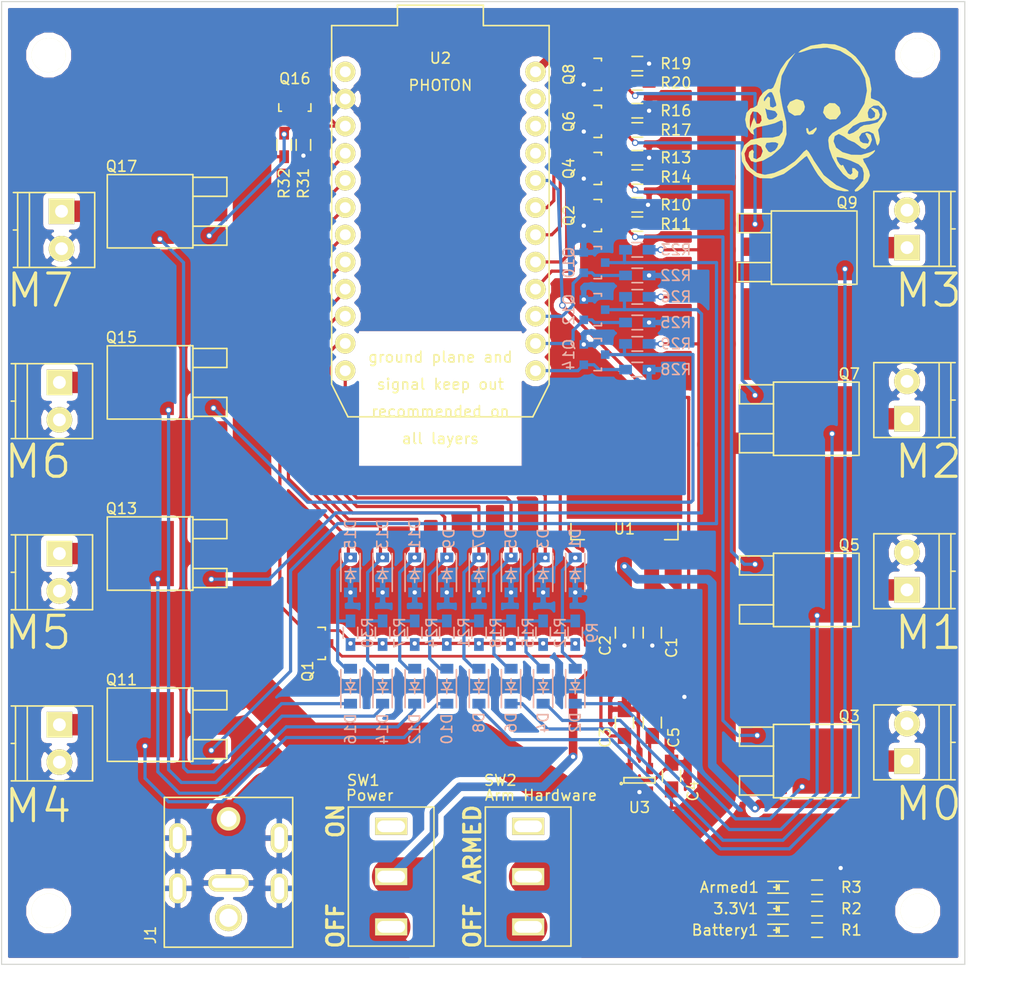
<source format=kicad_pcb>
(kicad_pcb (version 4) (host pcbnew 4.0.1-stable)
  (layers (0 F.Cu signal) (31 B.Cu signal hide) (34 B.Paste user hide) (35 F.Paste user) (36 B.SilkS user hide) (37 F.SilkS user) (38 B.Mask user hide) (39 F.Mask user) (44 Edge.Cuts user hide))
  (net 0 "")
  (net 1 VCCsense)
  (net 2 3.3V)
  (net 3 Armed)
  (net 4 /ematch-0/EMATCH_VCC)
  (net 5 Sense0)
  (net 6 Sense1)
  (net 7 Sense2)
  (net 8 Sense3)
  (net 9 Sense4)
  (net 10 Sense5)
  (net 11 Sense6)
  (net 12 Sense7)
  (net 13 SenseSwitch)
  (net 14 Fire0)
  (net 15 12V)
  (net 16 Fire1)
  (net 17 Fire2)
  (net 18 Fire3)
  (net 19 Fire4)
  (net 20 Fire5)
  (net 21 Fire6)
  (net 22 Fire7)
  (net 23 GND)
  (net 24 /ematch-0/VCC)
  (net 25 /ematch-1/EMATCH_VCC)
  (net 26 /ematch-2/EMATCH_VCC)
  (net 27 /ematch-3/EMATCH_VCC)
  (net 28 /ematch-4/EMATCH_VCC)
  (net 29 /ematch-5/EMATCH_VCC)
  (net 30 /ematch-6/EMATCH_VCC)
  (net 31 /ematch-7/EMATCH_VCC)
  (net 32 12VSwitched)
  (net 33 "Net-(C5-Pad1)")
  (net 34 "Net-(Q2-Pad3)")
  (net 35 "Net-(Q4-Pad3)")
  (net 36 "Net-(Q6-Pad3)")
  (net 37 "Net-(Q8-Pad3)")
  (net 38 "Net-(Q10-Pad3)")
  (net 39 "Net-(Q12-Pad3)")
  (net 40 "Net-(Q14-Pad3)")
  (net 41 "Net-(Q16-Pad3)")
  (net 42 "Net-(3.3V1-Pad1)")
  (net 43 "Net-(Armed1-Pad1)")
  (net 44 "Net-(Battery1-Pad1)")
  (module Terminal_Blocks:TerminalBlock_Pheonix_PT-3.5mm_2pol (layer F.Cu) (at 176.6 73 90)
    (fp_text reference M3 (at -4 2 180) (layer F.SilkS) (effects (font (size 3 3) (thickness 0.3))))
    (fp_text value E-MATCH)
    (pad 2 thru_hole circle (at 3.5 0 90) (size 2.4 2.4) (drill 1.2) (layers *.Cu *.Mask F.SilkS) (net 23 GND))
    (pad 1 thru_hole rect (at 0 0 90) (size 2.4 2.4) (drill 1.2) (layers *.Cu *.Mask F.SilkS) (net 27 /ematch-3/EMATCH_VCC))
  )
  (module Terminal_Blocks:TerminalBlock_Pheonix_PT-3.5mm_2pol (layer F.Cu) (at 97.4 85.6 270)
    (fp_text reference M6 (at 7.4 2 360) (layer F.SilkS) (effects (font (size 3 3) (thickness 0.3))))
    (fp_text value E-MATCH)
    (pad 2 thru_hole circle (at 3.5 0 270) (size 2.4 2.4) (drill 1.2) (layers *.Cu *.Mask F.SilkS) (net 23 GND))
    (pad 1 thru_hole rect (at 0 0 270) (size 2.4 2.4) (drill 1.2) (layers *.Cu *.Mask F.SilkS) (net 30 /ematch-6/EMATCH_VCC))
  )
  (module Capacitors_SMD:C_0805_HandSoldering (layer F.Cu) (at 152.8 109 270)
    (fp_text reference C1 (at 1.4 -1.8 270) (layer F.SilkS))
    (fp_text value 10uF)
    (pad 1 smd rect (at -1.25 0 270) (size 1.5 1.25) (layers F.Cu F.Paste F.Mask) (net 32 12VSwitched))
    (pad 2 smd rect (at 1.25 0 270) (size 1.5 1.25) (layers F.Cu F.Paste F.Mask) (net 23 GND))
  )
  (module Capacitors_SMD:C_0805_HandSoldering (layer F.Cu) (at 150.2 109 270)
    (fp_text reference C2 (at 1.2 1.8 270) (layer F.SilkS))
    (fp_text value 10uF)
    (pad 1 smd rect (at -1.25 0 270) (size 1.5 1.25) (layers F.Cu F.Paste F.Mask) (net 2 3.3V))
    (pad 2 smd rect (at 1.25 0 270) (size 1.5 1.25) (layers F.Cu F.Paste F.Mask) (net 23 GND))
  )
  (module Capacitors_SMD:C_0805_HandSoldering (layer F.Cu) (at 150.2 117.4 90)
    (fp_text reference C3 (at -1.4 -1.8 90) (layer F.SilkS))
    (fp_text value 10uF)
    (pad 1 smd rect (at -1.25 0 90) (size 1.5 1.25) (layers F.Cu F.Paste F.Mask) (net 3 Armed))
    (pad 2 smd rect (at 1.25 0 90) (size 1.5 1.25) (layers F.Cu F.Paste F.Mask) (net 23 GND))
  )
  (module Capacitors_SMD:C_0805_HandSoldering (layer F.Cu) (at 154.6 122.4 90)
    (fp_text reference C4 (at -1.4 2 90) (layer F.SilkS))
    (fp_text value 10uF)
    (pad 1 smd rect (at -1.25 0 90) (size 1.5 1.25) (layers F.Cu F.Paste F.Mask) (net 24 /ematch-0/VCC))
    (pad 2 smd rect (at 1.25 0 90) (size 1.5 1.25) (layers F.Cu F.Paste F.Mask) (net 23 GND))
  )
  (module Diodes_SMD:SOD-123 (layer B.Cu) (at 145.6 103.6 270)
    (fp_text reference D1 (at -3.4 0 270) (layer B.SilkS) (effects (justify mirror)))
    (fp_text value ZENER)
    (pad 1 smd rect (at -1.635 0 270) (size 0.91 1.22) (layers B.Cu B.Paste B.Mask) (net 5 Sense0))
    (pad 2 smd rect (at 1.635 0 270) (size 0.91 1.22) (layers B.Cu B.Paste B.Mask) (net 23 GND))
  )
  (module Diodes_SMD:SOD-123 (layer B.Cu) (at 145.6 114 90)
    (fp_text reference D2 (at -3.4 0 90) (layer B.SilkS) (effects (justify mirror)))
    (fp_text value D)
    (pad 1 smd rect (at -1.635 0 90) (size 0.91 1.22) (layers B.Cu B.Paste B.Mask) (net 4 /ematch-0/EMATCH_VCC))
    (pad 2 smd rect (at 1.635 0 90) (size 0.91 1.22) (layers B.Cu B.Paste B.Mask) (net 5 Sense0))
  )
  (module Diodes_SMD:SOD-123 (layer B.Cu) (at 142.6 103.6 270)
    (fp_text reference D3 (at -3.4 0 270) (layer B.SilkS) (effects (justify mirror)))
    (fp_text value ZENER)
    (pad 1 smd rect (at -1.635 0 270) (size 0.91 1.22) (layers B.Cu B.Paste B.Mask) (net 6 Sense1))
    (pad 2 smd rect (at 1.635 0 270) (size 0.91 1.22) (layers B.Cu B.Paste B.Mask) (net 23 GND))
  )
  (module Diodes_SMD:SOD-123 (layer B.Cu) (at 142.6 114 90)
    (fp_text reference D4 (at -3.4 0 90) (layer B.SilkS) (effects (justify mirror)))
    (fp_text value D)
    (pad 1 smd rect (at -1.635 0 90) (size 0.91 1.22) (layers B.Cu B.Paste B.Mask) (net 25 /ematch-1/EMATCH_VCC))
    (pad 2 smd rect (at 1.635 0 90) (size 0.91 1.22) (layers B.Cu B.Paste B.Mask) (net 6 Sense1))
  )
  (module Diodes_SMD:SOD-123 (layer B.Cu) (at 139.6 103.6 270)
    (fp_text reference D5 (at -3.4 0 270) (layer B.SilkS) (effects (justify mirror)))
    (fp_text value ZENER)
    (pad 1 smd rect (at -1.635 0 270) (size 0.91 1.22) (layers B.Cu B.Paste B.Mask) (net 7 Sense2))
    (pad 2 smd rect (at 1.635 0 270) (size 0.91 1.22) (layers B.Cu B.Paste B.Mask) (net 23 GND))
  )
  (module Diodes_SMD:SOD-123 (layer B.Cu) (at 139.6 114 90)
    (fp_text reference D6 (at -3.4 0 90) (layer B.SilkS) (effects (justify mirror)))
    (fp_text value D)
    (pad 1 smd rect (at -1.635 0 90) (size 0.91 1.22) (layers B.Cu B.Paste B.Mask) (net 26 /ematch-2/EMATCH_VCC))
    (pad 2 smd rect (at 1.635 0 90) (size 0.91 1.22) (layers B.Cu B.Paste B.Mask) (net 7 Sense2))
  )
  (module Diodes_SMD:SOD-123 (layer B.Cu) (at 136.6 103.6 270)
    (fp_text reference D7 (at -3.4 0 270) (layer B.SilkS) (effects (justify mirror)))
    (fp_text value ZENER)
    (pad 1 smd rect (at -1.635 0 270) (size 0.91 1.22) (layers B.Cu B.Paste B.Mask) (net 8 Sense3))
    (pad 2 smd rect (at 1.635 0 270) (size 0.91 1.22) (layers B.Cu B.Paste B.Mask) (net 23 GND))
  )
  (module Diodes_SMD:SOD-123 (layer B.Cu) (at 136.6 114 90)
    (fp_text reference D8 (at -3.4 0 90) (layer B.SilkS) (effects (justify mirror)))
    (fp_text value D)
    (pad 1 smd rect (at -1.635 0 90) (size 0.91 1.22) (layers B.Cu B.Paste B.Mask) (net 27 /ematch-3/EMATCH_VCC))
    (pad 2 smd rect (at 1.635 0 90) (size 0.91 1.22) (layers B.Cu B.Paste B.Mask) (net 8 Sense3))
  )
  (module Diodes_SMD:SOD-123 (layer B.Cu) (at 133.6 103.6 270)
    (fp_text reference D9 (at -3.4 -0.2 450) (layer B.SilkS) (effects (justify mirror)))
    (fp_text value ZENER)
    (pad 1 smd rect (at -1.635 0 270) (size 0.91 1.22) (layers B.Cu B.Paste B.Mask) (net 9 Sense4))
    (pad 2 smd rect (at 1.635 0 270) (size 0.91 1.22) (layers B.Cu B.Paste B.Mask) (net 23 GND))
  )
  (module Diodes_SMD:SOD-123 (layer B.Cu) (at 133.6 114 90)
    (fp_text reference D10 (at -4 0 90) (layer B.SilkS) (effects (justify mirror)))
    (fp_text value D)
    (pad 1 smd rect (at -1.635 0 90) (size 0.91 1.22) (layers B.Cu B.Paste B.Mask) (net 28 /ematch-4/EMATCH_VCC))
    (pad 2 smd rect (at 1.635 0 90) (size 0.91 1.22) (layers B.Cu B.Paste B.Mask) (net 9 Sense4))
  )
  (module Diodes_SMD:SOD-123 (layer B.Cu) (at 130.6 103.6 270)
    (fp_text reference D11 (at -3.8 0 270) (layer B.SilkS) (effects (justify mirror)))
    (fp_text value ZENER)
    (pad 1 smd rect (at -1.635 0 270) (size 0.91 1.22) (layers B.Cu B.Paste B.Mask) (net 10 Sense5))
    (pad 2 smd rect (at 1.635 0 270) (size 0.91 1.22) (layers B.Cu B.Paste B.Mask) (net 23 GND))
  )
  (module Diodes_SMD:SOD-123 (layer B.Cu) (at 130.6 114 90)
    (fp_text reference D12 (at -4 0 90) (layer B.SilkS) (effects (justify mirror)))
    (fp_text value D)
    (pad 1 smd rect (at -1.635 0 90) (size 0.91 1.22) (layers B.Cu B.Paste B.Mask) (net 29 /ematch-5/EMATCH_VCC))
    (pad 2 smd rect (at 1.635 0 90) (size 0.91 1.22) (layers B.Cu B.Paste B.Mask) (net 10 Sense5))
  )
  (module Diodes_SMD:SOD-123 (layer B.Cu) (at 127.6 103.6 270)
    (fp_text reference D13 (at -3.8 0 270) (layer B.SilkS) (effects (justify mirror)))
    (fp_text value ZENER)
    (pad 1 smd rect (at -1.635 0 270) (size 0.91 1.22) (layers B.Cu B.Paste B.Mask) (net 11 Sense6))
    (pad 2 smd rect (at 1.635 0 270) (size 0.91 1.22) (layers B.Cu B.Paste B.Mask) (net 23 GND))
  )
  (module Diodes_SMD:SOD-123 (layer B.Cu) (at 127.6 114 90)
    (fp_text reference D14 (at -4 0 90) (layer B.SilkS) (effects (justify mirror)))
    (fp_text value D)
    (pad 1 smd rect (at -1.635 0 90) (size 0.91 1.22) (layers B.Cu B.Paste B.Mask) (net 30 /ematch-6/EMATCH_VCC))
    (pad 2 smd rect (at 1.635 0 90) (size 0.91 1.22) (layers B.Cu B.Paste B.Mask) (net 11 Sense6))
  )
  (module Diodes_SMD:SOD-123 (layer B.Cu) (at 124.6 103.6 270)
    (fp_text reference D15 (at -3.8 0 270) (layer B.SilkS) (effects (justify mirror)))
    (fp_text value ZENER)
    (pad 1 smd rect (at -1.635 0 270) (size 0.91 1.22) (layers B.Cu B.Paste B.Mask) (net 12 Sense7))
    (pad 2 smd rect (at 1.635 0 270) (size 0.91 1.22) (layers B.Cu B.Paste B.Mask) (net 23 GND))
  )
  (module Diodes_SMD:SOD-123 (layer B.Cu) (at 124.6 114 90)
    (fp_text reference D16 (at -4 0 90) (layer B.SilkS) (effects (justify mirror)))
    (fp_text value D)
    (pad 1 smd rect (at -1.635 0 90) (size 0.91 1.22) (layers B.Cu B.Paste B.Mask) (net 31 /ematch-7/EMATCH_VCC))
    (pad 2 smd rect (at 1.635 0 90) (size 0.91 1.22) (layers B.Cu B.Paste B.Mask) (net 12 Sense7))
  )
  (module Terminal_Blocks:TerminalBlock_Pheonix_PT-3.5mm_2pol (layer F.Cu) (at 176.6 105 90)
    (fp_text reference M1 (at -4 2 180) (layer F.SilkS) (effects (font (size 3 3) (thickness 0.3))))
    (fp_text value E-MATCH)
    (pad 2 thru_hole circle (at 3.5 0 90) (size 2.4 2.4) (drill 1.2) (layers *.Cu *.Mask F.SilkS) (net 23 GND))
    (pad 1 thru_hole rect (at 0 0 90) (size 2.4 2.4) (drill 1.2) (layers *.Cu *.Mask F.SilkS) (net 25 /ematch-1/EMATCH_VCC))
  )
  (module Terminal_Blocks:TerminalBlock_Pheonix_PT-3.5mm_2pol (layer F.Cu) (at 176.6 89 90)
    (fp_text reference M2 (at -4 2 180) (layer F.SilkS) (effects (font (size 3 3) (thickness 0.3))))
    (fp_text value E-MATCH)
    (pad 2 thru_hole circle (at 3.5 0 90) (size 2.4 2.4) (drill 1.2) (layers *.Cu *.Mask F.SilkS) (net 23 GND))
    (pad 1 thru_hole rect (at 0 0 90) (size 2.4 2.4) (drill 1.2) (layers *.Cu *.Mask F.SilkS) (net 26 /ematch-2/EMATCH_VCC))
  )
  (module Terminal_Blocks:TerminalBlock_Pheonix_PT-3.5mm_2pol (layer F.Cu) (at 97.4 117.6 270)
    (fp_text reference M4 (at 7.6 2 360) (layer F.SilkS) (effects (font (size 3 3) (thickness 0.3))))
    (fp_text value E-MATCH)
    (pad 2 thru_hole circle (at 3.5 0 270) (size 2.4 2.4) (drill 1.2) (layers *.Cu *.Mask F.SilkS) (net 23 GND))
    (pad 1 thru_hole rect (at 0 0 270) (size 2.4 2.4) (drill 1.2) (layers *.Cu *.Mask F.SilkS) (net 28 /ematch-4/EMATCH_VCC))
  )
  (module Terminal_Blocks:TerminalBlock_Pheonix_PT-3.5mm_2pol (layer F.Cu) (at 97.4 101.6 270)
    (fp_text reference M5 (at 7.4 2 360) (layer F.SilkS) (effects (font (size 3 3) (thickness 0.3))))
    (fp_text value E-MATCH)
    (pad 2 thru_hole circle (at 3.5 0 270) (size 2.4 2.4) (drill 1.2) (layers *.Cu *.Mask F.SilkS) (net 23 GND))
    (pad 1 thru_hole rect (at 0 0 270) (size 2.4 2.4) (drill 1.2) (layers *.Cu *.Mask F.SilkS) (net 29 /ematch-5/EMATCH_VCC))
  )
  (module Terminal_Blocks:TerminalBlock_Pheonix_PT-3.5mm_2pol (layer F.Cu) (at 97.6 69.6 270)
    (fp_text reference M7 (at 7.4 2 360) (layer F.SilkS) (effects (font (size 3 3) (thickness 0.3))))
    (fp_text value E-MATCH)
    (pad 2 thru_hole circle (at 3.5 0 270) (size 2.4 2.4) (drill 1.2) (layers *.Cu *.Mask F.SilkS) (net 23 GND))
    (pad 1 thru_hole rect (at 0 0 270) (size 2.4 2.4) (drill 1.2) (layers *.Cu *.Mask F.SilkS) (net 31 /ematch-7/EMATCH_VCC))
  )
  (module TO_SOT_Packages_SMD:TO-252-2Lead (layer F.Cu) (at 162.6 121 270)
    (fp_text reference Q3 (at -4.2 -8.6 360) (layer F.SilkS))
    (fp_text value Q_PMOS_GDS hide)
    (pad 1 smd rect (at -2.286 0 270) (size 1.651 3.048) (layers F.Cu F.Paste F.Mask) (net 34 "Net-(Q2-Pad3)"))
    (pad 2 smd rect (at 0 -6.35 270) (size 6.096 6.096) (layers F.Cu F.Paste F.Mask) (net 4 /ematch-0/EMATCH_VCC))
    (pad 3 smd rect (at 2.286 0 270) (size 1.651 3.048) (layers F.Cu F.Paste F.Mask) (net 24 /ematch-0/VCC))
  )
  (module TO_SOT_Packages_SMD:TO-252-2Lead (layer F.Cu) (at 162.6 105 270)
    (fp_text reference Q5 (at -4.2 -8.6 360) (layer F.SilkS))
    (fp_text value Q_PMOS_GDS hide)
    (pad 1 smd rect (at -2.286 0 270) (size 1.651 3.048) (layers F.Cu F.Paste F.Mask) (net 35 "Net-(Q4-Pad3)"))
    (pad 2 smd rect (at 0 -6.35 270) (size 6.096 6.096) (layers F.Cu F.Paste F.Mask) (net 25 /ematch-1/EMATCH_VCC))
    (pad 3 smd rect (at 2.286 0 270) (size 1.651 3.048) (layers F.Cu F.Paste F.Mask) (net 24 /ematch-0/VCC))
  )
  (module TO_SOT_Packages_SMD:TO-252-2Lead (layer F.Cu) (at 162.6 89 270)
    (fp_text reference Q7 (at -4.2 -8.6 360) (layer F.SilkS))
    (fp_text value Q_PMOS_GDS hide)
    (pad 1 smd rect (at -2.286 0 270) (size 1.651 3.048) (layers F.Cu F.Paste F.Mask) (net 36 "Net-(Q6-Pad3)"))
    (pad 2 smd rect (at 0 -6.35 270) (size 6.096 6.096) (layers F.Cu F.Paste F.Mask) (net 26 /ematch-2/EMATCH_VCC))
    (pad 3 smd rect (at 2.286 0 270) (size 1.651 3.048) (layers F.Cu F.Paste F.Mask) (net 24 /ematch-0/VCC))
  )
  (module TO_SOT_Packages_SMD:TO-252-2Lead (layer F.Cu) (at 162.4 73 270)
    (fp_text reference Q9 (at -4.2 -8.6 360) (layer F.SilkS))
    (fp_text value Q_PMOS_GDS hide)
    (pad 1 smd rect (at -2.286 0 270) (size 1.651 3.048) (layers F.Cu F.Paste F.Mask) (net 37 "Net-(Q8-Pad3)"))
    (pad 2 smd rect (at 0 -6.35 270) (size 6.096 6.096) (layers F.Cu F.Paste F.Mask) (net 27 /ematch-3/EMATCH_VCC))
    (pad 3 smd rect (at 2.286 0 270) (size 1.651 3.048) (layers F.Cu F.Paste F.Mask) (net 24 /ematch-0/VCC))
  )
  (module TO_SOT_Packages_SMD:TO-252-2Lead (layer F.Cu) (at 111.4 117.6 90)
    (fp_text reference Q11 (at 4.2 -8.2 180) (layer F.SilkS))
    (fp_text value Q_PMOS_GDS hide)
    (pad 1 smd rect (at -2.286 0 90) (size 1.651 3.048) (layers F.Cu F.Paste F.Mask) (net 38 "Net-(Q10-Pad3)"))
    (pad 2 smd rect (at 0 -6.35 90) (size 6.096 6.096) (layers F.Cu F.Paste F.Mask) (net 28 /ematch-4/EMATCH_VCC))
    (pad 3 smd rect (at 2.286 0 90) (size 1.651 3.048) (layers F.Cu F.Paste F.Mask) (net 24 /ematch-0/VCC))
  )
  (module TO_SOT_Packages_SMD:TO-252-2Lead (layer F.Cu) (at 111.4 101.6 90)
    (fp_text reference Q13 (at 4.2 -8.2 180) (layer F.SilkS))
    (fp_text value Q_PMOS_GDS hide)
    (pad 1 smd rect (at -2.286 0 90) (size 1.651 3.048) (layers F.Cu F.Paste F.Mask) (net 39 "Net-(Q12-Pad3)"))
    (pad 2 smd rect (at 0 -6.35 90) (size 6.096 6.096) (layers F.Cu F.Paste F.Mask) (net 29 /ematch-5/EMATCH_VCC))
    (pad 3 smd rect (at 2.286 0 90) (size 1.651 3.048) (layers F.Cu F.Paste F.Mask) (net 24 /ematch-0/VCC))
  )
  (module TO_SOT_Packages_SMD:TO-252-2Lead (layer F.Cu) (at 111.4 85.6 90)
    (fp_text reference Q15 (at 4.2 -8.2 180) (layer F.SilkS))
    (fp_text value Q_PMOS_GDS hide)
    (pad 1 smd rect (at -2.286 0 90) (size 1.651 3.048) (layers F.Cu F.Paste F.Mask) (net 40 "Net-(Q14-Pad3)"))
    (pad 2 smd rect (at 0 -6.35 90) (size 6.096 6.096) (layers F.Cu F.Paste F.Mask) (net 30 /ematch-6/EMATCH_VCC))
    (pad 3 smd rect (at 2.286 0 90) (size 1.651 3.048) (layers F.Cu F.Paste F.Mask) (net 24 /ematch-0/VCC))
  )
  (module TO_SOT_Packages_SMD:TO-252-2Lead (layer F.Cu) (at 111.4 69.6 90)
    (fp_text reference Q17 (at 4.2 -8.2 180) (layer F.SilkS))
    (fp_text value Q_PMOS_GDS hide)
    (pad 1 smd rect (at -2.286 0 90) (size 1.651 3.048) (layers F.Cu F.Paste F.Mask) (net 41 "Net-(Q16-Pad3)"))
    (pad 2 smd rect (at 0 -6.35 90) (size 6.096 6.096) (layers F.Cu F.Paste F.Mask) (net 31 /ematch-7/EMATCH_VCC))
    (pad 3 smd rect (at 2.286 0 90) (size 1.651 3.048) (layers F.Cu F.Paste F.Mask) (net 24 /ematch-0/VCC))
  )
  (module Resistors_SMD:R_0603_HandSoldering (layer B.Cu) (at 145.6 109 270)
    (fp_text reference R9 (at 0 -1.6 270) (layer B.SilkS) (effects (justify mirror)))
    (fp_text value 500)
    (pad 1 smd rect (at -1.1 0 270) (size 1.2 0.9) (layers B.Cu B.Paste B.Mask) (net 5 Sense0))
    (pad 2 smd rect (at 1.1 0 270) (size 1.2 0.9) (layers B.Cu B.Paste B.Mask) (net 1 VCCsense))
  )
  (module Resistors_SMD:R_0603_HandSoldering (layer F.Cu) (at 151.4 69)
    (fp_text reference R10 (at 3.6 0) (layer F.SilkS))
    (fp_text value 10k)
    (pad 1 smd rect (at -1.1 0) (size 1.2 0.9) (layers F.Cu F.Paste F.Mask) (net 14 Fire0))
    (pad 2 smd rect (at 1.1 0) (size 1.2 0.9) (layers F.Cu F.Paste F.Mask) (net 23 GND))
  )
  (module Resistors_SMD:R_0603_HandSoldering (layer F.Cu) (at 151.4 70.8 180)
    (fp_text reference R11 (at -3.6 0 180) (layer F.SilkS))
    (fp_text value 10k)
    (pad 1 smd rect (at -1.1 0 180) (size 1.2 0.9) (layers F.Cu F.Paste F.Mask) (net 24 /ematch-0/VCC))
    (pad 2 smd rect (at 1.1 0 180) (size 1.2 0.9) (layers F.Cu F.Paste F.Mask) (net 34 "Net-(Q2-Pad3)"))
  )
  (module Resistors_SMD:R_0603_HandSoldering (layer B.Cu) (at 142.6 109 270)
    (fp_text reference R12 (at 0 -1.6 270) (layer B.SilkS) (effects (justify mirror)))
    (fp_text value 500)
    (pad 1 smd rect (at -1.1 0 270) (size 1.2 0.9) (layers B.Cu B.Paste B.Mask) (net 6 Sense1))
    (pad 2 smd rect (at 1.1 0 270) (size 1.2 0.9) (layers B.Cu B.Paste B.Mask) (net 1 VCCsense))
  )
  (module Resistors_SMD:R_0603_HandSoldering (layer F.Cu) (at 151.4 64.6)
    (fp_text reference R13 (at 3.6 0) (layer F.SilkS))
    (fp_text value 10k)
    (pad 1 smd rect (at -1.1 0) (size 1.2 0.9) (layers F.Cu F.Paste F.Mask) (net 16 Fire1))
    (pad 2 smd rect (at 1.1 0) (size 1.2 0.9) (layers F.Cu F.Paste F.Mask) (net 23 GND))
  )
  (module Resistors_SMD:R_0603_HandSoldering (layer F.Cu) (at 151.4 66.4 180)
    (fp_text reference R14 (at -3.6 0 180) (layer F.SilkS))
    (fp_text value 10k)
    (pad 1 smd rect (at -1.1 0 180) (size 1.2 0.9) (layers F.Cu F.Paste F.Mask) (net 24 /ematch-0/VCC))
    (pad 2 smd rect (at 1.1 0 180) (size 1.2 0.9) (layers F.Cu F.Paste F.Mask) (net 35 "Net-(Q4-Pad3)"))
  )
  (module Resistors_SMD:R_0603_HandSoldering (layer B.Cu) (at 139.6 109 270)
    (fp_text reference R15 (at 0 -1.6 270) (layer B.SilkS) (effects (justify mirror)))
    (fp_text value 500)
    (pad 1 smd rect (at -1.1 0 270) (size 1.2 0.9) (layers B.Cu B.Paste B.Mask) (net 7 Sense2))
    (pad 2 smd rect (at 1.1 0 270) (size 1.2 0.9) (layers B.Cu B.Paste B.Mask) (net 1 VCCsense))
  )
  (module Resistors_SMD:R_0603_HandSoldering (layer F.Cu) (at 151.4 60.2)
    (fp_text reference R16 (at 3.6 0) (layer F.SilkS))
    (fp_text value 10k)
    (pad 1 smd rect (at -1.1 0) (size 1.2 0.9) (layers F.Cu F.Paste F.Mask) (net 17 Fire2))
    (pad 2 smd rect (at 1.1 0) (size 1.2 0.9) (layers F.Cu F.Paste F.Mask) (net 23 GND))
  )
  (module Resistors_SMD:R_0603_HandSoldering (layer F.Cu) (at 151.4 62 180)
    (fp_text reference R17 (at -3.6 0 180) (layer F.SilkS))
    (fp_text value 10k)
    (pad 1 smd rect (at -1.1 0 180) (size 1.2 0.9) (layers F.Cu F.Paste F.Mask) (net 24 /ematch-0/VCC))
    (pad 2 smd rect (at 1.1 0 180) (size 1.2 0.9) (layers F.Cu F.Paste F.Mask) (net 36 "Net-(Q6-Pad3)"))
  )
  (module Resistors_SMD:R_0603_HandSoldering (layer B.Cu) (at 136.6 109 270)
    (fp_text reference R18 (at 0 -1.6 270) (layer B.SilkS) (effects (justify mirror)))
    (fp_text value 500)
    (pad 1 smd rect (at -1.1 0 270) (size 1.2 0.9) (layers B.Cu B.Paste B.Mask) (net 8 Sense3))
    (pad 2 smd rect (at 1.1 0 270) (size 1.2 0.9) (layers B.Cu B.Paste B.Mask) (net 1 VCCsense))
  )
  (module Resistors_SMD:R_0603_HandSoldering (layer F.Cu) (at 151.4 55.8)
    (fp_text reference R19 (at 3.6 0) (layer F.SilkS))
    (fp_text value 10k)
    (pad 1 smd rect (at -1.1 0) (size 1.2 0.9) (layers F.Cu F.Paste F.Mask) (net 18 Fire3))
    (pad 2 smd rect (at 1.1 0) (size 1.2 0.9) (layers F.Cu F.Paste F.Mask) (net 23 GND))
  )
  (module Resistors_SMD:R_0603_HandSoldering (layer F.Cu) (at 151.4 57.6 180)
    (fp_text reference R20 (at -3.6 0 180) (layer F.SilkS))
    (fp_text value 10k)
    (pad 1 smd rect (at -1.1 0 180) (size 1.2 0.9) (layers F.Cu F.Paste F.Mask) (net 24 /ematch-0/VCC))
    (pad 2 smd rect (at 1.1 0 180) (size 1.2 0.9) (layers F.Cu F.Paste F.Mask) (net 37 "Net-(Q8-Pad3)"))
  )
  (module Resistors_SMD:R_0603_HandSoldering (layer B.Cu) (at 133.6 109 270)
    (fp_text reference R21 (at 0 -1.6 270) (layer B.SilkS) (effects (justify mirror)))
    (fp_text value 500)
    (pad 1 smd rect (at -1.1 0 270) (size 1.2 0.9) (layers B.Cu B.Paste B.Mask) (net 9 Sense4))
    (pad 2 smd rect (at 1.1 0 270) (size 1.2 0.9) (layers B.Cu B.Paste B.Mask) (net 1 VCCsense))
  )
  (module Resistors_SMD:R_0603_HandSoldering (layer B.Cu) (at 151.4 75.6)
    (fp_text reference R22 (at 3.6 0) (layer B.SilkS) (effects (justify mirror)))
    (fp_text value 10k)
    (pad 1 smd rect (at -1.1 0) (size 1.2 0.9) (layers B.Cu B.Paste B.Mask) (net 19 Fire4))
    (pad 2 smd rect (at 1.1 0) (size 1.2 0.9) (layers B.Cu B.Paste B.Mask) (net 23 GND))
  )
  (module Resistors_SMD:R_0603_HandSoldering (layer B.Cu) (at 151.4 73.2 180)
    (fp_text reference R23 (at -3.6 0 180) (layer B.SilkS) (effects (justify mirror)))
    (fp_text value 10k)
    (pad 1 smd rect (at -1.1 0 180) (size 1.2 0.9) (layers B.Cu B.Paste B.Mask) (net 24 /ematch-0/VCC))
    (pad 2 smd rect (at 1.1 0 180) (size 1.2 0.9) (layers B.Cu B.Paste B.Mask) (net 38 "Net-(Q10-Pad3)"))
  )
  (module Resistors_SMD:R_0603_HandSoldering (layer B.Cu) (at 130.6 109 270)
    (fp_text reference R24 (at 0 -1.6 270) (layer B.SilkS) (effects (justify mirror)))
    (fp_text value 500)
    (pad 1 smd rect (at -1.1 0 270) (size 1.2 0.9) (layers B.Cu B.Paste B.Mask) (net 10 Sense5))
    (pad 2 smd rect (at 1.1 0 270) (size 1.2 0.9) (layers B.Cu B.Paste B.Mask) (net 1 VCCsense))
  )
  (module Resistors_SMD:R_0603_HandSoldering (layer B.Cu) (at 151.4 80)
    (fp_text reference R25 (at 3.6 0) (layer B.SilkS) (effects (justify mirror)))
    (fp_text value 10k)
    (pad 1 smd rect (at -1.1 0) (size 1.2 0.9) (layers B.Cu B.Paste B.Mask) (net 20 Fire5))
    (pad 2 smd rect (at 1.1 0) (size 1.2 0.9) (layers B.Cu B.Paste B.Mask) (net 23 GND))
  )
  (module Resistors_SMD:R_0603_HandSoldering (layer B.Cu) (at 151.4 77.6 180)
    (fp_text reference R26 (at -3.6 0 180) (layer B.SilkS) (effects (justify mirror)))
    (fp_text value 10k)
    (pad 1 smd rect (at -1.1 0 180) (size 1.2 0.9) (layers B.Cu B.Paste B.Mask) (net 24 /ematch-0/VCC))
    (pad 2 smd rect (at 1.1 0 180) (size 1.2 0.9) (layers B.Cu B.Paste B.Mask) (net 39 "Net-(Q12-Pad3)"))
  )
  (module Resistors_SMD:R_0603_HandSoldering (layer B.Cu) (at 127.6 109 270)
    (fp_text reference R27 (at 0 -1.6 270) (layer B.SilkS) (effects (justify mirror)))
    (fp_text value 500)
    (pad 1 smd rect (at -1.1 0 270) (size 1.2 0.9) (layers B.Cu B.Paste B.Mask) (net 11 Sense6))
    (pad 2 smd rect (at 1.1 0 270) (size 1.2 0.9) (layers B.Cu B.Paste B.Mask) (net 1 VCCsense))
  )
  (module Resistors_SMD:R_0603_HandSoldering (layer B.Cu) (at 151.4 84.4)
    (fp_text reference R28 (at 3.6 0) (layer B.SilkS) (effects (justify mirror)))
    (fp_text value 10k)
    (pad 1 smd rect (at -1.1 0) (size 1.2 0.9) (layers B.Cu B.Paste B.Mask) (net 21 Fire6))
    (pad 2 smd rect (at 1.1 0) (size 1.2 0.9) (layers B.Cu B.Paste B.Mask) (net 23 GND))
  )
  (module Resistors_SMD:R_0603_HandSoldering (layer B.Cu) (at 151.4 82 180)
    (fp_text reference R29 (at -3.6 0 180) (layer B.SilkS) (effects (justify mirror)))
    (fp_text value 10k)
    (pad 1 smd rect (at -1.1 0 180) (size 1.2 0.9) (layers B.Cu B.Paste B.Mask) (net 24 /ematch-0/VCC))
    (pad 2 smd rect (at 1.1 0 180) (size 1.2 0.9) (layers B.Cu B.Paste B.Mask) (net 40 "Net-(Q14-Pad3)"))
  )
  (module Resistors_SMD:R_0603_HandSoldering (layer B.Cu) (at 124.6 109 270)
    (fp_text reference R30 (at 0 -1.6 270) (layer B.SilkS) (effects (justify mirror)))
    (fp_text value 500)
    (pad 1 smd rect (at -1.1 0 270) (size 1.2 0.9) (layers B.Cu B.Paste B.Mask) (net 12 Sense7))
    (pad 2 smd rect (at 1.1 0 270) (size 1.2 0.9) (layers B.Cu B.Paste B.Mask) (net 1 VCCsense))
  )
  (module Resistors_SMD:R_0603_HandSoldering (layer F.Cu) (at 120.2 63.4 270)
    (fp_text reference R31 (at 3.6 0 270) (layer F.SilkS))
    (fp_text value 10k)
    (pad 1 smd rect (at -1.1 0 270) (size 1.2 0.9) (layers F.Cu F.Paste F.Mask) (net 22 Fire7))
    (pad 2 smd rect (at 1.1 0 270) (size 1.2 0.9) (layers F.Cu F.Paste F.Mask) (net 23 GND))
  )
  (module Resistors_SMD:R_0603_HandSoldering (layer F.Cu) (at 118.4 63.4 90)
    (fp_text reference R32 (at -3.6 0 90) (layer F.SilkS))
    (fp_text value 10k)
    (pad 1 smd rect (at -1.1 0 90) (size 1.2 0.9) (layers F.Cu F.Paste F.Mask) (net 24 /ematch-0/VCC))
    (pad 2 smd rect (at 1.1 0 90) (size 1.2 0.9) (layers F.Cu F.Paste F.Mask) (net 41 "Net-(Q16-Pad3)"))
  )
  (module M2011LL1W01-switch:M2011LL1W01 (layer F.Cu) (at 128.4 131.8)
    (fp_text reference SW1 (at -2.6 -9) (layer F.SilkS))
    (fp_text value Power (at -2 -7.6 180) (layer F.SilkS))
    (pad 1 thru_hole rect (at 0 4.7) (size 3 1.6) (drill oval 2.6 1.1) (layers *.Cu *.Mask F.SilkS) (net 15 12V))
    (pad 2 thru_hole rect (at 0 0) (size 3 1.6) (drill oval 2.6 1.1) (layers *.Cu *.Mask F.SilkS) (net 32 12VSwitched))
    (pad 3 thru_hole rect (at 0 -4.7) (size 3 1.6) (drill oval 2.6 1.1) (layers *.Cu *.Mask F.SilkS))
  )
  (module M2011LL1W01-switch:M2011LL1W01 (layer F.Cu) (at 141.2 131.8)
    (fp_text reference SW2 (at -2.6 -9) (layer F.SilkS))
    (fp_text value "Arm Hardware" (at 1.2 -7.6 180) (layer F.SilkS))
    (pad 1 thru_hole rect (at 0 4.7) (size 3 1.6) (drill oval 2.6 1.1) (layers *.Cu *.Mask F.SilkS) (net 32 12VSwitched))
    (pad 2 thru_hole rect (at 0 0) (size 3 1.6) (drill oval 2.6 1.1) (layers *.Cu *.Mask F.SilkS) (net 24 /ematch-0/VCC))
    (pad 3 thru_hole rect (at 0 -4.7) (size 3 1.6) (drill oval 2.6 1.1) (layers *.Cu *.Mask F.SilkS))
  )
  (module TO_SOT_Packages_SMD:TO-263-3Lead (layer F.Cu) (at 150.2 102.8 90)
    (fp_text reference U1 (at 3.5 0 180) (layer F.SilkS))
    (fp_text value "Photon Power")
    (pad 2 smd rect (at 0 0 90) (size 4.6 1.39) (layers F.Cu F.Paste F.Mask) (net 2 3.3V))
    (pad 4 smd rect (at 9.15 0 90) (size 9.4 10.8) (layers F.Cu F.Paste F.Mask))
    (pad 3 smd rect (at 0 2.54 90) (size 4.6 1.39) (layers F.Cu F.Paste F.Mask) (net 32 12VSwitched))
    (pad 1 smd rect (at 0 -2.54 90) (size 4.6 1.39) (layers F.Cu F.Paste F.Mask) (net 23 GND))
  )
  (module particle-boards:PHOTON (layer F.Cu) (at 133 71.8)
    (fp_text reference U2 (at 0 -16.51) (layer F.SilkS))
    (fp_text value PHOTON (at 0 -13.97) (layer F.SilkS))
    (fp_text user "all layers" (at 0 19.05) (layer F.SilkS))
    (fp_text user "recommended on" (at 0 16.51) (layer F.SilkS))
    (fp_text user "signal keep out" (at 0 13.97) (layer F.SilkS))
    (fp_text user "ground plane and" (at 0 11.43) (layer F.SilkS))
    (pad 1 thru_hole circle (at -8.89 -15.24) (size 1.9 1.9) (drill 1.02) (layers *.Cu *.Mask F.SilkS))
    (pad 2 thru_hole circle (at -8.89 -12.7) (size 1.9 1.9) (drill 1.02) (layers *.Cu *.Mask F.SilkS) (net 23 GND))
    (pad 3 thru_hole circle (at -8.89 -10.16) (size 1.9 1.9) (drill 1.02) (layers *.Cu *.Mask F.SilkS) (net 22 Fire7))
    (pad 4 thru_hole circle (at -8.89 -7.62) (size 1.9 1.9) (drill 1.02) (layers *.Cu *.Mask F.SilkS) (net 13 SenseSwitch))
    (pad 5 thru_hole circle (at -8.89 -5.08) (size 1.9 1.9) (drill 1.02) (layers *.Cu *.Mask F.SilkS) (net 12 Sense7))
    (pad 6 thru_hole circle (at -8.89 -2.54) (size 1.9 1.9) (drill 1.02) (layers *.Cu *.Mask F.SilkS) (net 11 Sense6))
    (pad 7 thru_hole circle (at -8.89 0) (size 1.9 1.9) (drill 1.02) (layers *.Cu *.Mask F.SilkS) (net 10 Sense5))
    (pad 8 thru_hole circle (at -8.89 2.54) (size 1.9 1.9) (drill 1.02) (layers *.Cu *.Mask F.SilkS) (net 9 Sense4))
    (pad 9 thru_hole circle (at -8.89 5.08) (size 1.9 1.9) (drill 1.02) (layers *.Cu *.Mask F.SilkS) (net 8 Sense3))
    (pad 10 thru_hole circle (at -8.89 7.62) (size 1.9 1.9) (drill 1.02) (layers *.Cu *.Mask F.SilkS) (net 7 Sense2))
    (pad 11 thru_hole circle (at -8.89 10.16) (size 1.9 1.9) (drill 1.02) (layers *.Cu *.Mask F.SilkS) (net 6 Sense1))
    (pad 12 thru_hole circle (at -8.89 12.7) (size 1.9 1.9) (drill 1.02) (layers *.Cu *.Mask F.SilkS) (net 5 Sense0))
    (pad 24 thru_hole circle (at 8.89 -15.24) (size 1.9 1.9) (drill 1.02) (layers *.Cu *.Mask F.SilkS) (net 2 3.3V))
    (pad 23 thru_hole circle (at 8.89 -12.7) (size 1.9 1.9) (drill 1.02) (layers *.Cu *.Mask F.SilkS))
    (pad 22 thru_hole circle (at 8.89 -10.16) (size 1.9 1.9) (drill 1.02) (layers *.Cu *.Mask F.SilkS))
    (pad 21 thru_hole circle (at 8.89 -7.62) (size 1.9 1.9) (drill 1.02) (layers *.Cu *.Mask F.SilkS))
    (pad 20 thru_hole circle (at 8.89 -5.08) (size 1.9 1.9) (drill 1.02) (layers *.Cu *.Mask F.SilkS) (net 3 Armed))
    (pad 19 thru_hole circle (at 8.89 -2.54) (size 1.9 1.9) (drill 1.02) (layers *.Cu *.Mask F.SilkS) (net 18 Fire3))
    (pad 18 thru_hole circle (at 8.89 0) (size 1.9 1.9) (drill 1.02) (layers *.Cu *.Mask F.SilkS) (net 17 Fire2))
    (pad 17 thru_hole circle (at 8.89 2.54) (size 1.9 1.9) (drill 1.02) (layers *.Cu *.Mask F.SilkS) (net 16 Fire1))
    (pad 16 thru_hole circle (at 8.89 5.08) (size 1.9 1.9) (drill 1.02) (layers *.Cu *.Mask F.SilkS) (net 14 Fire0))
    (pad 15 thru_hole circle (at 8.89 7.62) (size 1.9 1.9) (drill 1.02) (layers *.Cu *.Mask F.SilkS) (net 19 Fire4))
    (pad 14 thru_hole circle (at 8.89 10.16) (size 1.9 1.9) (drill 1.02) (layers *.Cu *.Mask F.SilkS) (net 20 Fire5))
    (pad 13 thru_hole circle (at 8.89 12.7) (size 1.9 1.9) (drill 1.02) (layers *.Cu *.Mask F.SilkS) (net 21 Fire6))
  )
  (module Terminal_Blocks:TerminalBlock_Pheonix_PT-3.5mm_2pol (layer F.Cu) (at 176.6 121 90)
    (fp_text reference M0 (at -4 2 180) (layer F.SilkS) (effects (font (size 3 3) (thickness 0.3))))
    (fp_text value E-MATCH)
    (pad 2 thru_hole circle (at 3.5 0 90) (size 2.4 2.4) (drill 1.2) (layers *.Cu *.Mask F.SilkS) (net 23 GND))
    (pad 1 thru_hole rect (at 0 0 90) (size 2.4 2.4) (drill 1.2) (layers *.Cu *.Mask F.SilkS) (net 4 /ematch-0/EMATCH_VCC))
  )
  (module TO_SOT_Packages_SMD:SOT-23 (layer F.Cu) (at 147.4 70 270)
    (fp_text reference Q2 (at 0 2.4 270) (layer F.SilkS))
    (fp_text value Q_NMOS_GSD hide)
    (pad 1 smd rect (at -0.95 1.00076 270) (size 0.8001 0.8001) (layers F.Cu F.Paste F.Mask) (net 14 Fire0))
    (pad 2 smd rect (at 0.95 1.00076 270) (size 0.8001 0.8001) (layers F.Cu F.Paste F.Mask) (net 23 GND))
    (pad 3 smd rect (at 0 -0.99822 270) (size 0.8001 0.8001) (layers F.Cu F.Paste F.Mask) (net 34 "Net-(Q2-Pad3)"))
  )
  (module TO_SOT_Packages_SMD:SOT-23 (layer F.Cu) (at 147.4 65.6 270)
    (fp_text reference Q4 (at 0 2.4 270) (layer F.SilkS))
    (fp_text value Q_NMOS_GSD hide)
    (pad 1 smd rect (at -0.95 1.00076 270) (size 0.8001 0.8001) (layers F.Cu F.Paste F.Mask) (net 16 Fire1))
    (pad 2 smd rect (at 0.95 1.00076 270) (size 0.8001 0.8001) (layers F.Cu F.Paste F.Mask) (net 23 GND))
    (pad 3 smd rect (at 0 -0.99822 270) (size 0.8001 0.8001) (layers F.Cu F.Paste F.Mask) (net 35 "Net-(Q4-Pad3)"))
  )
  (module TO_SOT_Packages_SMD:SOT-23 (layer F.Cu) (at 147.4 61.2 270)
    (fp_text reference Q6 (at 0 2.4 270) (layer F.SilkS))
    (fp_text value Q_NMOS_GSD hide)
    (pad 1 smd rect (at -0.95 1.00076 270) (size 0.8001 0.8001) (layers F.Cu F.Paste F.Mask) (net 17 Fire2))
    (pad 2 smd rect (at 0.95 1.00076 270) (size 0.8001 0.8001) (layers F.Cu F.Paste F.Mask) (net 23 GND))
    (pad 3 smd rect (at 0 -0.99822 270) (size 0.8001 0.8001) (layers F.Cu F.Paste F.Mask) (net 36 "Net-(Q6-Pad3)"))
  )
  (module TO_SOT_Packages_SMD:SOT-23 (layer F.Cu) (at 147.4 56.8 270)
    (fp_text reference Q8 (at 0 2.4 270) (layer F.SilkS))
    (fp_text value Q_NMOS_GSD hide)
    (pad 1 smd rect (at -0.95 1.00076 270) (size 0.8001 0.8001) (layers F.Cu F.Paste F.Mask) (net 18 Fire3))
    (pad 2 smd rect (at 0.95 1.00076 270) (size 0.8001 0.8001) (layers F.Cu F.Paste F.Mask) (net 23 GND))
    (pad 3 smd rect (at 0 -0.99822 270) (size 0.8001 0.8001) (layers F.Cu F.Paste F.Mask) (net 37 "Net-(Q8-Pad3)"))
  )
  (module TO_SOT_Packages_SMD:SOT-23 (layer B.Cu) (at 147.4 74.4 90)
    (fp_text reference Q10 (at 0 -2.4 90) (layer B.SilkS) (effects (justify mirror)))
    (fp_text value Q_NMOS_GSD hide)
    (pad 1 smd rect (at -0.95 -1.00076 90) (size 0.8001 0.8001) (layers B.Cu B.Paste B.Mask) (net 19 Fire4))
    (pad 2 smd rect (at 0.95 -1.00076 90) (size 0.8001 0.8001) (layers B.Cu B.Paste B.Mask) (net 23 GND))
    (pad 3 smd rect (at 0 0.99822 90) (size 0.8001 0.8001) (layers B.Cu B.Paste B.Mask) (net 38 "Net-(Q10-Pad3)"))
  )
  (module TO_SOT_Packages_SMD:SOT-23 (layer B.Cu) (at 147.4 78.8 90)
    (fp_text reference Q12 (at 0 -2.4 90) (layer B.SilkS) (effects (justify mirror)))
    (fp_text value Q_NMOS_GSD hide)
    (pad 1 smd rect (at -0.95 -1.00076 90) (size 0.8001 0.8001) (layers B.Cu B.Paste B.Mask) (net 20 Fire5))
    (pad 2 smd rect (at 0.95 -1.00076 90) (size 0.8001 0.8001) (layers B.Cu B.Paste B.Mask) (net 23 GND))
    (pad 3 smd rect (at 0 0.99822 90) (size 0.8001 0.8001) (layers B.Cu B.Paste B.Mask) (net 39 "Net-(Q12-Pad3)"))
  )
  (module TO_SOT_Packages_SMD:SOT-23 (layer B.Cu) (at 147.4 83 90)
    (fp_text reference Q14 (at 0 -2.4 90) (layer B.SilkS) (effects (justify mirror)))
    (fp_text value Q_NMOS_GSD hide)
    (pad 1 smd rect (at -0.95 -1.00076 90) (size 0.8001 0.8001) (layers B.Cu B.Paste B.Mask) (net 21 Fire6))
    (pad 2 smd rect (at 0.95 -1.00076 90) (size 0.8001 0.8001) (layers B.Cu B.Paste B.Mask) (net 23 GND))
    (pad 3 smd rect (at 0 0.99822 90) (size 0.8001 0.8001) (layers B.Cu B.Paste B.Mask) (net 40 "Net-(Q14-Pad3)"))
  )
  (module TO_SOT_Packages_SMD:SOT-23 (layer F.Cu) (at 119.4 59.6 180)
    (fp_text reference Q16 (at 0 2.4 360) (layer F.SilkS))
    (fp_text value Q_NMOS_GSD hide)
    (pad 1 smd rect (at -0.95 1.00076 180) (size 0.8001 0.8001) (layers F.Cu F.Paste F.Mask) (net 22 Fire7))
    (pad 2 smd rect (at 0.95 1.00076 180) (size 0.8001 0.8001) (layers F.Cu F.Paste F.Mask) (net 23 GND))
    (pad 3 smd rect (at 0 -0.99822 180) (size 0.8001 0.8001) (layers F.Cu F.Paste F.Mask) (net 41 "Net-(Q16-Pad3)"))
  )
  (module TO_SOT_Packages_SMD:SOT-23 (layer F.Cu) (at 121.6 110 270)
    (fp_text reference Q1 (at 2.6 1 270) (layer F.SilkS))
    (fp_text value "EMatch Test")
    (pad 1 smd rect (at -0.95 1.00076 270) (size 0.8001 0.8001) (layers F.Cu F.Paste F.Mask) (net 13 SenseSwitch))
    (pad 2 smd rect (at 0.95 1.00076 270) (size 0.8001 0.8001) (layers F.Cu F.Paste F.Mask) (net 1 VCCsense))
    (pad 3 smd rect (at 0 -0.99822 270) (size 0.8001 0.8001) (layers F.Cu F.Paste F.Mask) (net 2 3.3V))
  )
  (module PJ-082BH-Barrel-Connector:PJ-082BH-Barrel-Connector (layer F.Cu) (at 113.2 138.4 90)
    (fp_text reference J1 (at 1.14 -7.29 90) (layer F.SilkS))
    (fp_text value Power)
    (pad 1 thru_hole oval (at 10.2 4.75 90) (size 2.8 1.6) (drill oval 2.1 0.9) (layers *.Cu *.Mask F.SilkS) (net 23 GND))
    (pad 1 thru_hole oval (at 5.5 -4.75 90) (size 2.8 1.6) (drill oval 2.1 0.9) (layers *.Cu *.Mask F.SilkS) (net 23 GND))
    (pad 1 thru_hole oval (at 5.5 4.75 90) (size 2.8 1.6) (drill oval 2.1 0.9) (layers *.Cu *.Mask F.SilkS) (net 23 GND))
    (pad "" thru_hole circle (at 2.75 0 90) (size 2.5 2.5) (drill 1.7) (layers *.Cu *.Mask F.SilkS))
    (pad 2 thru_hole oval (at 6 0 90) (size 1.6 3.8) (drill oval 0.9 3.1) (layers *.Cu *.Mask F.SilkS) (net 23 GND))
    (pad 3 thru_hole circle (at 12 0 90) (size 2.2 2.2) (drill 1.5) (layers *.Cu *.Mask F.SilkS) (net 15 12V))
    (pad 1 thru_hole oval (at 10.2 -4.75 90) (size 2.8 1.6) (drill oval 2.1 0.9) (layers *.Cu *.Mask F.SilkS) (net 23 GND))
  )
  (module TO_SOT_Packages_SMD:SOT-23-5 (layer F.Cu) (at 151.6 122.8 90)
    (fp_text reference U3 (at -2.54 0 180) (layer F.SilkS))
    (fp_text value "Armed Sense")
    (pad 1 smd rect (at -1.1 -0.95 90) (size 1.06 0.65) (layers F.Cu F.Paste F.Mask) (net 24 /ematch-0/VCC))
    (pad 2 smd rect (at -1.1 0 90) (size 1.06 0.65) (layers F.Cu F.Paste F.Mask) (net 23 GND))
    (pad 3 smd rect (at -1.1 0.95 90) (size 1.06 0.65) (layers F.Cu F.Paste F.Mask) (net 24 /ematch-0/VCC))
    (pad 4 smd rect (at 1.1 0.95 90) (size 1.06 0.65) (layers F.Cu F.Paste F.Mask) (net 33 "Net-(C5-Pad1)"))
    (pad 5 smd rect (at 1.1 -0.95 90) (size 1.06 0.65) (layers F.Cu F.Paste F.Mask) (net 3 Armed))
  )
  (module Mounting_Holes:MountingHole_3.2mm_M3 (layer F.Cu) (at 96.4 55)
    (fp_text reference REF** hide)
    (fp_text value MountingHole_3.2mm_M3 hide)
    (pad 1 np_thru_hole circle (at 0 0) (size 3.2 3.2) (drill 3.2) (layers *.Cu *.Mask F.SilkS))
  )
  (module Mounting_Holes:MountingHole_3.2mm_M3 (layer F.Cu) (at 177.6 55)
    (fp_text reference REF** hide)
    (fp_text value MountingHole_3.2mm_M3 hide)
    (pad 1 np_thru_hole circle (at 0 0) (size 3.2 3.2) (drill 3.2) (layers *.Cu *.Mask F.SilkS))
  )
  (module Mounting_Holes:MountingHole_3.2mm_M3 (layer F.Cu) (at 96.4 135)
    (fp_text reference REF** hide)
    (fp_text value MountingHole_3.2mm_M3 hide)
    (pad 1 np_thru_hole circle (at 0 0) (size 3.2 3.2) (drill 3.2) (layers *.Cu *.Mask F.SilkS))
  )
  (module Mounting_Holes:MountingHole_3.2mm_M3 (layer F.Cu) (at 177.6 135)
    (fp_text reference REF** hide)
    (fp_text value MountingHole_3.2mm_M3 hide)
    (pad 1 np_thru_hole circle (at 0 0) (size 3.2 3.2) (drill 3.2) (layers *.Cu *.Mask F.SilkS))
  )
  (module Resistors_SMD:R_0603_HandSoldering (layer F.Cu) (at 168.2 136.8)
    (fp_text reference R1 (at 3.2 0) (layer F.SilkS))
    (fp_text value 600)
    (pad 1 smd rect (at -1.1 0) (size 1.2 0.9) (layers F.Cu F.Paste F.Mask) (net 44 "Net-(Battery1-Pad1)"))
    (pad 2 smd rect (at 1.1 0) (size 1.2 0.9) (layers F.Cu F.Paste F.Mask) (net 23 GND))
  )
  (module Resistors_SMD:R_0603_HandSoldering (layer F.Cu) (at 168.2 134.8)
    (fp_text reference R2 (at 3.2 0) (layer F.SilkS))
    (fp_text value 165)
    (pad 1 smd rect (at -1.1 0) (size 1.2 0.9) (layers F.Cu F.Paste F.Mask) (net 42 "Net-(3.3V1-Pad1)"))
    (pad 2 smd rect (at 1.1 0) (size 1.2 0.9) (layers F.Cu F.Paste F.Mask) (net 23 GND))
  )
  (module Resistors_SMD:R_0603_HandSoldering (layer F.Cu) (at 168.2 132.8)
    (fp_text reference R3 (at 3.2 0) (layer F.SilkS))
    (fp_text value 600)
    (pad 1 smd rect (at -1.1 0) (size 1.2 0.9) (layers F.Cu F.Paste F.Mask) (net 43 "Net-(Armed1-Pad1)"))
    (pad 2 smd rect (at 1.1 0) (size 1.2 0.9) (layers F.Cu F.Paste F.Mask) (net 23 GND))
  )
  (module LEDs:LED_0603 (layer F.Cu) (at 164.4 136.8 180)
    (fp_text reference Battery1 (at 4.8 0 180) (layer F.SilkS))
    (fp_text value Red)
    (pad 2 smd rect (at 0.7493 0) (size 0.79756 0.79756) (layers F.Cu F.Paste F.Mask) (net 15 12V))
    (pad 1 smd rect (at -0.7493 0) (size 0.79756 0.79756) (layers F.Cu F.Paste F.Mask) (net 44 "Net-(Battery1-Pad1)"))
  )
  (module LEDs:LED_0603 (layer F.Cu) (at 164.4 134.8 180)
    (fp_text reference 3.3V1 (at 3.8 0 180) (layer F.SilkS))
    (fp_text value Yellow)
    (pad 2 smd rect (at 0.7493 0) (size 0.79756 0.79756) (layers F.Cu F.Paste F.Mask) (net 2 3.3V))
    (pad 1 smd rect (at -0.7493 0) (size 0.79756 0.79756) (layers F.Cu F.Paste F.Mask) (net 42 "Net-(3.3V1-Pad1)"))
  )
  (module LEDs:LED_0603 (layer F.Cu) (at 164.4 132.8 180)
    (fp_text reference Armed1 (at 4.4 0 180) (layer F.SilkS))
    (fp_text value Green)
    (pad 2 smd rect (at 0.7493 0) (size 0.79756 0.79756) (layers F.Cu F.Paste F.Mask) (net 24 /ematch-0/VCC))
    (pad 1 smd rect (at -0.7493 0) (size 0.79756 0.79756) (layers F.Cu F.Paste F.Mask) (net 43 "Net-(Armed1-Pad1)"))
  )
  (module octopus:octopus (layer F.Cu) (at 167.64 60.96)
    (fp_text reference G*** hide)
    (fp_text value LOGO hide)
  )
  (module Capacitors_SMD:C_0805_HandSoldering (layer F.Cu) (at 152.8 117.4 90)
    (fp_text reference C5 (at -1.4 2 90) (layer F.SilkS))
    (fp_text value 100pF)
    (pad 1 smd rect (at -1.25 0 90) (size 1.5 1.25) (layers F.Cu F.Paste F.Mask) (net 33 "Net-(C5-Pad1)"))
    (pad 2 smd rect (at 1.25 0 90) (size 1.5 1.25) (layers F.Cu F.Paste F.Mask) (net 23 GND))
  )
  (gr_text OFF (at 136 136.4 90) (layer F.SilkS) (effects (font (size 1.5 1.5) (thickness 0.3))))
  (gr_text ARMED (at 136 128.8 90) (layer F.SilkS) (effects (font (size 1.5 1.5) (thickness 0.3))))
  (gr_text OFF (at 123.2 136.4 90) (layer F.SilkS) (effects (font (size 1.5 1.5) (thickness 0.3))))
  (gr_text ON (at 123.2 126.6 90) (layer F.SilkS) (effects (font (size 1.5 1.5) (thickness 0.3))))
  (gr_line (start 92 140) (end 182 140) (angle 90) (layer Edge.Cuts) (width 0.1))
  (gr_line (start 182 50) (end 92 50) (angle 90) (layer Edge.Cuts) (width 0.1))
  (gr_line (start 182 140) (end 182 50) (angle 90) (layer Edge.Cuts) (width 0.1))
  (gr_line (start 92 50) (end 92 140) (angle 90) (layer Edge.Cuts) (width 0.1))
  (segment (start 120.59924 110.95) (end 120.65 110.95) (width 0.25) (layer F.Cu) (net 1))
  (segment (start 120.65 110.95) (end 121.6 110) (width 0.25) (layer F.Cu) (net 1))
  (segment (start 121.6 110) (end 121.6 108.8) (width 0.25) (layer F.Cu) (net 1))
  (segment (start 121.6 108.8) (end 123.6 108.8) (width 0.25) (layer F.Cu) (net 1))
  (segment (start 123.6 108.8) (end 124.6 109.8) (width 0.25) (layer F.Cu) (net 1))
  (segment (start 124.6 109.8) (end 124.6 110) (width 0.25) (layer F.Cu) (net 1))
  (via (at 142.6 110) (size 0.6) (drill 0.4) (layers F.Cu B.Cu) (net 1))
  (segment (start 142.6 110) (end 142.6 110.1) (width 0.3) (layer B.Cu) (net 1))
  (via (at 139.6 110) (size 0.6) (drill 0.4) (layers F.Cu B.Cu) (net 1))
  (segment (start 139.6 110) (end 139.6 110.1) (width 0.3) (layer B.Cu) (net 1))
  (via (at 136.6 110) (size 0.6) (drill 0.4) (layers F.Cu B.Cu) (net 1))
  (segment (start 136.6 110) (end 136.6 110.1) (width 0.3) (layer B.Cu) (net 1))
  (via (at 133.6 110) (size 0.6) (drill 0.4) (layers F.Cu B.Cu) (net 1))
  (segment (start 133.6 110) (end 133.6 110.1) (width 0.3) (layer B.Cu) (net 1))
  (via (at 130.6 110) (size 0.6) (drill 0.4) (layers F.Cu B.Cu) (net 1))
  (segment (start 130.6 110) (end 130.6 110.1) (width 0.3) (layer B.Cu) (net 1))
  (via (at 127.6 110) (size 0.6) (drill 0.4) (layers F.Cu B.Cu) (net 1))
  (segment (start 127.6 110) (end 127.6 110.1) (width 0.3) (layer B.Cu) (net 1))
  (via (at 124.6 110) (size 0.6) (drill 0.4) (layers F.Cu B.Cu) (net 1))
  (segment (start 124.6 110) (end 124.6 110.1) (width 0.3) (layer B.Cu) (net 1))
  (segment (start 124.6 110) (end 127.6 110) (width 0.3) (layer F.Cu) (net 1))
  (segment (start 127.6 110) (end 130.6 110) (width 0.3) (layer F.Cu) (net 1))
  (segment (start 130.6 110) (end 133.6 110) (width 0.3) (layer F.Cu) (net 1))
  (segment (start 133.6 110) (end 136.6 110) (width 0.3) (layer F.Cu) (net 1))
  (segment (start 136.6 110) (end 139.6 110) (width 0.3) (layer F.Cu) (net 1))
  (segment (start 139.6 110) (end 142.6 110) (width 0.3) (layer F.Cu) (net 1))
  (segment (start 142.6 110) (end 145.6 110) (width 0.3) (layer F.Cu) (net 1))
  (segment (start 145.6 110) (end 145.6 110.1) (width 0.3) (layer B.Cu) (net 1))
  (via (at 145.6 110) (size 0.6) (drill 0.4) (layers F.Cu B.Cu) (net 1))
  (segment (start 150.2 107.75) (end 149.05 107.75) (width 0.25) (layer F.Cu) (net 2))
  (segment (start 123.79822 111.2) (end 122.59822 110) (width 0.25) (layer F.Cu) (net 2))
  (segment (start 146.6 111.2) (end 123.79822 111.2) (width 0.25) (layer F.Cu) (net 2))
  (segment (start 148.4 109.4) (end 146.6 111.2) (width 0.25) (layer F.Cu) (net 2))
  (segment (start 148.4 108.4) (end 148.4 109.4) (width 0.25) (layer F.Cu) (net 2))
  (segment (start 149.05 107.75) (end 148.4 108.4) (width 0.25) (layer F.Cu) (net 2))
  (via (at 150.2 102.8) (size 0.6) (drill 0.4) (layers F.Cu B.Cu) (net 2))
  (segment (start 150.2 107.75) (end 150.2 102.8) (width 0.3) (layer F.Cu) (net 2))
  (segment (start 162.8 125) (end 179.2 125) (width 0.8) (layer F.Cu) (net 2))
  (segment (start 162.4 125.4) (end 162.8 125) (width 0.8) (layer F.Cu) (net 2))
  (via (at 162.4 125.4) (size 0.6) (drill 0.4) (layers F.Cu B.Cu) (net 2))
  (segment (start 158.4 121.4) (end 162.4 125.4) (width 0.8) (layer B.Cu) (net 2))
  (segment (start 158.4 104.4) (end 158.4 121.4) (width 0.8) (layer B.Cu) (net 2))
  (segment (start 158 104) (end 158.4 104.4) (width 0.8) (layer B.Cu) (net 2))
  (segment (start 151.4 104) (end 158 104) (width 0.8) (layer B.Cu) (net 2))
  (segment (start 150.2 102.8) (end 151.4 104) (width 0.8) (layer B.Cu) (net 2))
  (segment (start 163.6507 134.8) (end 163.6507 134.0507) (width 0.3) (layer F.Cu) (net 2))
  (segment (start 163.6507 134.0507) (end 163.9014 133.8) (width 0.3) (layer F.Cu) (net 2))
  (segment (start 163.9014 133.8) (end 172 133.8) (width 0.3) (layer F.Cu) (net 2))
  (segment (start 172 133.8) (end 179.2 126.6) (width 0.3) (layer F.Cu) (net 2))
  (segment (start 179.2 126.6) (end 179.2 125) (width 0.3) (layer F.Cu) (net 2))
  (segment (start 179.6 59.4) (end 173.6 59.4) (width 0.8) (layer F.Cu) (net 2))
  (segment (start 173.6 59.4) (end 173 58.8) (width 0.8) (layer F.Cu) (net 2))
  (segment (start 173 58.8) (end 173 52.2) (width 0.8) (layer F.Cu) (net 2))
  (segment (start 173 52.2) (end 172.8 52) (width 0.8) (layer F.Cu) (net 2))
  (segment (start 172.8 52) (end 146.45 52) (width 0.8) (layer F.Cu) (net 2))
  (segment (start 146.45 52) (end 141.89 56.56) (width 0.8) (layer F.Cu) (net 2))
  (segment (start 179.6 59.4) (end 179.6 124.6) (width 0.8) (layer F.Cu) (net 2))
  (segment (start 179.6 125) (end 179.6 124.6) (width 0.8) (layer F.Cu) (net 2))
  (segment (start 179.2 125) (end 179.6 125) (width 0.8) (layer F.Cu) (net 2))
  (segment (start 141.89 56.56) (end 141.89 56.31) (width 0.8) (layer F.Cu) (net 2))
  (segment (start 141.89 66.72) (end 143.12 66.72) (width 0.3) (layer B.Cu) (net 3))
  (segment (start 143.12 66.72) (end 144 67.6) (width 0.3) (layer B.Cu) (net 3))
  (segment (start 144 67.6) (end 144.4 78.4) (width 0.3) (layer B.Cu) (net 3))
  (via (at 144.4 78.4) (size 0.6) (drill 0.4) (layers F.Cu B.Cu) (net 3))
  (segment (start 144.4 78.4) (end 153 87) (width 0.3) (layer F.Cu) (net 3))
  (segment (start 153 87) (end 156.2 87) (width 0.3) (layer F.Cu) (net 3))
  (segment (start 156.2 87) (end 156.2 87.2) (width 0.3) (layer F.Cu) (net 3))
  (segment (start 156.2 87.2) (end 156.2 111.6) (width 0.3) (layer F.Cu) (net 3))
  (segment (start 156.2 111.6) (end 154.2 113.6) (width 0.3) (layer F.Cu) (net 3))
  (segment (start 154.2 113.6) (end 149 113.6) (width 0.3) (layer F.Cu) (net 3))
  (segment (start 149 113.6) (end 148 114.6) (width 0.3) (layer F.Cu) (net 3))
  (segment (start 148 114.6) (end 148 117.8) (width 0.3) (layer F.Cu) (net 3))
  (segment (start 148 117.8) (end 148.85 118.65) (width 0.3) (layer F.Cu) (net 3))
  (segment (start 148.85 118.65) (end 150.2 118.65) (width 0.3) (layer F.Cu) (net 3))
  (segment (start 150.65 121.7) (end 150.65 119.1) (width 0.3) (layer F.Cu) (net 3))
  (segment (start 150.65 119.1) (end 150.2 118.65) (width 0.3) (layer F.Cu) (net 3))
  (segment (start 145.6 115.635) (end 149.835 115.635) (width 0.3) (layer B.Cu) (net 4))
  (segment (start 149.835 115.635) (end 160.6 126.4) (width 0.3) (layer B.Cu) (net 4))
  (segment (start 166.8 123.4) (end 168.95 121.25) (width 0.3) (layer F.Cu) (net 4))
  (via (at 166.8 123.4) (size 0.6) (drill 0.4) (layers F.Cu B.Cu) (net 4))
  (segment (start 163.8 126.4) (end 166.8 123.4) (width 0.3) (layer B.Cu) (net 4))
  (segment (start 160.6 126.4) (end 163.8 126.4) (width 0.3) (layer B.Cu) (net 4))
  (segment (start 168.95 121.25) (end 168.95 121) (width 0.3) (layer F.Cu) (net 4))
  (segment (start 168.95 121) (end 176.6 121) (width 2) (layer F.Cu) (net 4))
  (segment (start 124.11 84.5) (end 124.11 93.31) (width 0.3) (layer F.Cu) (net 5))
  (segment (start 145.6 102) (end 145.6 101.965) (width 0.3) (layer B.Cu) (net 5))
  (via (at 145.6 102) (size 0.6) (drill 0.4) (layers F.Cu B.Cu) (net 5))
  (segment (start 144.2 100.6) (end 145.6 102) (width 0.3) (layer F.Cu) (net 5))
  (segment (start 144.2 95.6) (end 144.2 100.6) (width 0.3) (layer F.Cu) (net 5))
  (segment (start 143.2 94.6) (end 144.2 95.6) (width 0.3) (layer F.Cu) (net 5))
  (segment (start 125.4 94.6) (end 143.2 94.6) (width 0.3) (layer F.Cu) (net 5))
  (segment (start 124.11 93.31) (end 125.4 94.6) (width 0.3) (layer F.Cu) (net 5))
  (segment (start 145.6 107.9) (end 144.4 107.9) (width 0.3) (layer B.Cu) (net 5))
  (segment (start 144.4 107.9) (end 144.4 108) (width 0.3) (layer B.Cu) (net 5))
  (segment (start 145.6 112.365) (end 145.6 112) (width 0.3) (layer B.Cu) (net 5))
  (segment (start 145.6 112) (end 144.4 110.8) (width 0.3) (layer B.Cu) (net 5))
  (segment (start 144.4 110.8) (end 144.4 108) (width 0.3) (layer B.Cu) (net 5))
  (segment (start 144.4 108) (end 144.4 103.165) (width 0.3) (layer B.Cu) (net 5))
  (segment (start 144.4 103.165) (end 145.6 101.965) (width 0.3) (layer B.Cu) (net 5))
  (segment (start 124.11 81.96) (end 123.44 81.96) (width 0.3) (layer F.Cu) (net 6))
  (segment (start 123.44 81.96) (end 122.6 82.8) (width 0.3) (layer F.Cu) (net 6))
  (segment (start 122.6 82.8) (end 122.6 92.8) (width 0.3) (layer F.Cu) (net 6))
  (segment (start 122.6 92.8) (end 125.4 95.6) (width 0.3) (layer F.Cu) (net 6))
  (segment (start 125.4 95.6) (end 142.2 95.6) (width 0.3) (layer F.Cu) (net 6))
  (segment (start 142.2 95.6) (end 142.8 96.2) (width 0.3) (layer F.Cu) (net 6))
  (segment (start 142.8 96.2) (end 142.8 102) (width 0.3) (layer F.Cu) (net 6))
  (via (at 142.8 102) (size 0.6) (drill 0.4) (layers F.Cu B.Cu) (net 6))
  (segment (start 142.8 102) (end 142.765 101.965) (width 0.3) (layer B.Cu) (net 6))
  (segment (start 142.765 101.965) (end 142.6 101.965) (width 0.3) (layer B.Cu) (net 6))
  (segment (start 142.6 107.9) (end 141 107.9) (width 0.3) (layer B.Cu) (net 6))
  (segment (start 141 107.9) (end 141 108) (width 0.3) (layer B.Cu) (net 6))
  (segment (start 142.6 112.365) (end 142.565 112.365) (width 0.3) (layer B.Cu) (net 6))
  (segment (start 142.565 112.365) (end 141 110.8) (width 0.3) (layer B.Cu) (net 6))
  (segment (start 141 110.8) (end 141 108) (width 0.3) (layer B.Cu) (net 6))
  (segment (start 141 108) (end 141 103.565) (width 0.3) (layer B.Cu) (net 6))
  (segment (start 141 103.565) (end 142.6 101.965) (width 0.3) (layer B.Cu) (net 6))
  (segment (start 124.11 79.42) (end 123.38 79.42) (width 0.3) (layer F.Cu) (net 7))
  (segment (start 123.38 79.42) (end 122 80.8) (width 0.3) (layer F.Cu) (net 7))
  (segment (start 122 80.8) (end 122 93.2) (width 0.3) (layer F.Cu) (net 7))
  (segment (start 122 93.2) (end 125.2 96.4) (width 0.3) (layer F.Cu) (net 7))
  (segment (start 125.2 96.4) (end 139.2 96.4) (width 0.3) (layer F.Cu) (net 7))
  (segment (start 139.2 96.4) (end 139.6 96.8) (width 0.3) (layer F.Cu) (net 7))
  (segment (start 139.6 96.8) (end 139.6 101.8) (width 0.3) (layer F.Cu) (net 7))
  (via (at 139.6 101.8) (size 0.6) (drill 0.4) (layers F.Cu B.Cu) (net 7))
  (segment (start 139.6 101.8) (end 139.6 101.965) (width 0.3) (layer B.Cu) (net 7))
  (segment (start 139.6 107.9) (end 138 107.9) (width 0.3) (layer B.Cu) (net 7))
  (segment (start 138 107.9) (end 138 108) (width 0.3) (layer B.Cu) (net 7))
  (segment (start 139.6 112.365) (end 139.365 112.365) (width 0.3) (layer B.Cu) (net 7))
  (segment (start 139.365 112.365) (end 138 111) (width 0.3) (layer B.Cu) (net 7))
  (segment (start 138 111) (end 138 108) (width 0.3) (layer B.Cu) (net 7))
  (segment (start 138 108) (end 138 103.565) (width 0.3) (layer B.Cu) (net 7))
  (segment (start 138 103.565) (end 139.6 101.965) (width 0.3) (layer B.Cu) (net 7))
  (segment (start 124.11 76.88) (end 124.11 77.09) (width 0.3) (layer F.Cu) (net 8))
  (segment (start 124.11 77.09) (end 121.4 79.8) (width 0.3) (layer F.Cu) (net 8))
  (segment (start 121.4 79.8) (end 121.4 93.4) (width 0.3) (layer F.Cu) (net 8))
  (segment (start 121.4 93.4) (end 125.2 97.2) (width 0.3) (layer F.Cu) (net 8))
  (segment (start 125.2 97.2) (end 136.6 97.2) (width 0.3) (layer F.Cu) (net 8))
  (segment (start 136.6 97.2) (end 136.6 97.4) (width 0.3) (layer F.Cu) (net 8))
  (segment (start 136.6 97.4) (end 136.6 102) (width 0.3) (layer F.Cu) (net 8))
  (via (at 136.6 102) (size 0.6) (drill 0.4) (layers F.Cu B.Cu) (net 8))
  (segment (start 136.6 102) (end 136.6 101.965) (width 0.3) (layer B.Cu) (net 8))
  (segment (start 136.6 107.9) (end 135.2 107.9) (width 0.3) (layer B.Cu) (net 8))
  (segment (start 135.2 107.9) (end 135.2 107.8) (width 0.3) (layer B.Cu) (net 8))
  (segment (start 136.6 112.365) (end 136.165 112.365) (width 0.3) (layer B.Cu) (net 8))
  (segment (start 136.165 112.365) (end 135.2 111.4) (width 0.3) (layer B.Cu) (net 8))
  (segment (start 135.2 111.4) (end 135.2 107.8) (width 0.3) (layer B.Cu) (net 8))
  (segment (start 135.2 107.8) (end 135.2 103.365) (width 0.3) (layer B.Cu) (net 8))
  (segment (start 135.2 103.365) (end 136.6 101.965) (width 0.3) (layer B.Cu) (net 8))
  (via (at 133.6 101.965) (size 0.6) (drill 0.4) (layers F.Cu B.Cu) (net 9))
  (segment (start 132 103.565) (end 133.6 101.965) (width 0.3) (layer B.Cu) (net 9))
  (segment (start 132 108) (end 132 103.565) (width 0.3) (layer B.Cu) (net 9))
  (segment (start 120.6 77.85) (end 124.11 74.34) (width 0.3) (layer F.Cu) (net 9))
  (segment (start 120.6 93.6) (end 120.6 77.85) (width 0.3) (layer F.Cu) (net 9))
  (segment (start 124.8 97.8) (end 120.6 93.6) (width 0.3) (layer F.Cu) (net 9))
  (segment (start 133 97.8) (end 124.8 97.8) (width 0.3) (layer F.Cu) (net 9))
  (segment (start 133.4 98.2) (end 133 97.8) (width 0.3) (layer F.Cu) (net 9))
  (segment (start 133.4 101.8) (end 133.4 98.2) (width 0.3) (layer F.Cu) (net 9))
  (segment (start 133.6 102) (end 133.4 101.8) (width 0.3) (layer F.Cu) (net 9))
  (segment (start 133.6 101.965) (end 133.6 102) (width 0.3) (layer F.Cu) (net 9))
  (segment (start 133.6 107.9) (end 132 107.9) (width 0.3) (layer B.Cu) (net 9))
  (segment (start 132 107.9) (end 132 108) (width 0.3) (layer B.Cu) (net 9))
  (segment (start 133.6 112.365) (end 132.965 112.365) (width 0.3) (layer B.Cu) (net 9))
  (segment (start 132 111.4) (end 132 108) (width 0.3) (layer B.Cu) (net 9))
  (segment (start 132.965 112.365) (end 132 111.4) (width 0.3) (layer B.Cu) (net 9))
  (via (at 130.6 101.965) (size 0.6) (drill 0.4) (layers F.Cu B.Cu) (net 10))
  (segment (start 129.2 108) (end 129.2 103.365) (width 0.3) (layer B.Cu) (net 10))
  (segment (start 129.2 103.365) (end 130.6 101.965) (width 0.3) (layer B.Cu) (net 10))
  (segment (start 120 75.91) (end 124.11 71.8) (width 0.3) (layer F.Cu) (net 10))
  (segment (start 120 94) (end 120 75.91) (width 0.3) (layer F.Cu) (net 10))
  (segment (start 124.4 98.4) (end 120 94) (width 0.3) (layer F.Cu) (net 10))
  (segment (start 130.8 98.4) (end 124.4 98.4) (width 0.3) (layer F.Cu) (net 10))
  (segment (start 130.8 101.8) (end 130.8 98.4) (width 0.3) (layer F.Cu) (net 10))
  (segment (start 130.6 102) (end 130.8 101.8) (width 0.3) (layer F.Cu) (net 10))
  (segment (start 130.6 101.965) (end 130.6 102) (width 0.3) (layer F.Cu) (net 10))
  (segment (start 130.6 107.9) (end 129.2 107.9) (width 0.3) (layer B.Cu) (net 10))
  (segment (start 129.2 107.9) (end 129.2 108) (width 0.3) (layer B.Cu) (net 10))
  (segment (start 130.6 112.365) (end 129.965 112.365) (width 0.3) (layer B.Cu) (net 10))
  (segment (start 129.2 111.6) (end 129.2 108) (width 0.3) (layer B.Cu) (net 10))
  (segment (start 129.965 112.365) (end 129.2 111.6) (width 0.3) (layer B.Cu) (net 10))
  (via (at 127.6 101.965) (size 0.6) (drill 0.4) (layers F.Cu B.Cu) (net 11))
  (segment (start 126.2 107.8) (end 126.2 103.365) (width 0.3) (layer B.Cu) (net 11))
  (segment (start 126.2 103.365) (end 127.6 101.965) (width 0.3) (layer B.Cu) (net 11))
  (segment (start 119.4 73.97) (end 124.11 69.26) (width 0.3) (layer F.Cu) (net 11))
  (segment (start 119.4 94.2) (end 119.4 73.97) (width 0.3) (layer F.Cu) (net 11))
  (segment (start 124.2 99) (end 119.4 94.2) (width 0.3) (layer F.Cu) (net 11))
  (segment (start 127.4 99) (end 124.2 99) (width 0.3) (layer F.Cu) (net 11))
  (segment (start 127.4 101.8) (end 127.4 99) (width 0.3) (layer F.Cu) (net 11))
  (segment (start 127.6 102) (end 127.4 101.8) (width 0.3) (layer F.Cu) (net 11))
  (segment (start 127.6 101.965) (end 127.6 102) (width 0.3) (layer F.Cu) (net 11))
  (segment (start 127.6 107.9) (end 126.2 107.9) (width 0.3) (layer B.Cu) (net 11))
  (segment (start 126.2 107.9) (end 126.2 107.8) (width 0.3) (layer B.Cu) (net 11))
  (segment (start 127.6 112.365) (end 126.965 112.365) (width 0.3) (layer B.Cu) (net 11))
  (segment (start 126.2 111.6) (end 126.2 107.8) (width 0.3) (layer B.Cu) (net 11))
  (segment (start 126.965 112.365) (end 126.2 111.6) (width 0.3) (layer B.Cu) (net 11))
  (via (at 124.6 101.965) (size 0.6) (drill 0.4) (layers F.Cu B.Cu) (net 12))
  (segment (start 123.4 103.165) (end 124.6 101.965) (width 0.3) (layer B.Cu) (net 12))
  (segment (start 123.4 108) (end 123.4 103.165) (width 0.3) (layer B.Cu) (net 12))
  (segment (start 118.8 72.03) (end 124.11 66.72) (width 0.3) (layer F.Cu) (net 12))
  (segment (start 118.8 94.6) (end 118.8 72.03) (width 0.3) (layer F.Cu) (net 12))
  (segment (start 124.4 100.2) (end 118.8 94.6) (width 0.3) (layer F.Cu) (net 12))
  (segment (start 124.4 101.8) (end 124.4 100.2) (width 0.3) (layer F.Cu) (net 12))
  (segment (start 124.6 102) (end 124.4 101.8) (width 0.3) (layer F.Cu) (net 12))
  (segment (start 124.6 101.965) (end 124.6 102) (width 0.3) (layer F.Cu) (net 12))
  (segment (start 124.6 107.9) (end 123.4 107.9) (width 0.3) (layer B.Cu) (net 12))
  (segment (start 123.4 107.9) (end 123.4 108) (width 0.3) (layer B.Cu) (net 12))
  (segment (start 124.6 112.365) (end 124.165 112.365) (width 0.3) (layer B.Cu) (net 12))
  (segment (start 124.165 112.365) (end 123.4 111.6) (width 0.3) (layer B.Cu) (net 12))
  (segment (start 123.4 111.6) (end 123.4 108) (width 0.3) (layer B.Cu) (net 12))
  (segment (start 124.11 64.18) (end 124.11 64.29) (width 0.3) (layer F.Cu) (net 13))
  (segment (start 124.11 64.29) (end 118 70.4) (width 0.3) (layer F.Cu) (net 13))
  (segment (start 118 70.4) (end 118 106.45076) (width 0.3) (layer F.Cu) (net 13))
  (segment (start 118 106.45076) (end 120.59924 109.05) (width 0.3) (layer F.Cu) (net 13))
  (segment (start 141.89 76.88) (end 143.4 75.2) (width 0.3) (layer F.Cu) (net 14))
  (segment (start 145.4 70.04924) (end 146.39924 69.05) (width 0.3) (layer F.Cu) (net 14))
  (segment (start 145.4 75.2) (end 145.4 70.04924) (width 0.3) (layer F.Cu) (net 14))
  (segment (start 143.4 75.2) (end 145.4 75.2) (width 0.3) (layer F.Cu) (net 14))
  (segment (start 146.39924 69.05) (end 150.25 69.05) (width 0.3) (layer F.Cu) (net 14))
  (segment (start 150.25 69.05) (end 150.3 69) (width 0.3) (layer F.Cu) (net 14))
  (segment (start 163.6507 136.8) (end 147.6 136.8) (width 0.3) (layer F.Cu) (net 15))
  (segment (start 130.7 138.8) (end 128.4 136.5) (width 0.3) (layer F.Cu) (net 15))
  (segment (start 145.6 138.8) (end 130.7 138.8) (width 0.3) (layer F.Cu) (net 15))
  (segment (start 147.6 136.8) (end 145.6 138.8) (width 0.3) (layer F.Cu) (net 15))
  (segment (start 113.2 126.4) (end 114.2 126.4) (width 3.6) (layer F.Cu) (net 15))
  (segment (start 114.2 126.4) (end 116.8 123.8) (width 3.6) (layer F.Cu) (net 15))
  (segment (start 116.8 123.8) (end 122 123.8) (width 3.6) (layer F.Cu) (net 15))
  (segment (start 122 123.8) (end 123 124.8) (width 3.6) (layer F.Cu) (net 15))
  (segment (start 123 124.8) (end 123 134.8) (width 3.6) (layer F.Cu) (net 15))
  (segment (start 123 134.8) (end 124.7 136.5) (width 3.6) (layer F.Cu) (net 15))
  (segment (start 124.7 136.5) (end 128.4 136.5) (width 3.6) (layer F.Cu) (net 15))
  (segment (start 120.6 124.2) (end 120.6 124.6) (width 0.3) (layer F.Cu) (net 15))
  (segment (start 120.6 124.6) (end 120.6 124.2) (width 0.3) (layer F.Cu) (net 15))
  (segment (start 141.89 74.34) (end 144.26 74.34) (width 0.3) (layer F.Cu) (net 16))
  (segment (start 144.8 66.24924) (end 146.39924 64.65) (width 0.3) (layer F.Cu) (net 16))
  (segment (start 144.8 73.8) (end 144.8 66.24924) (width 0.3) (layer F.Cu) (net 16))
  (segment (start 144.26 74.34) (end 144.8 73.8) (width 0.3) (layer F.Cu) (net 16))
  (segment (start 146.39924 64.65) (end 150.25 64.65) (width 0.3) (layer F.Cu) (net 16))
  (segment (start 150.25 64.65) (end 150.3 64.6) (width 0.3) (layer F.Cu) (net 16))
  (segment (start 141.89 71.8) (end 143.4 71.8) (width 0.3) (layer F.Cu) (net 17))
  (segment (start 145.35 60.25) (end 146.39924 60.25) (width 0.3) (layer F.Cu) (net 17))
  (segment (start 144.2 61.4) (end 145.35 60.25) (width 0.3) (layer F.Cu) (net 17))
  (segment (start 144.2 71) (end 144.2 61.4) (width 0.3) (layer F.Cu) (net 17))
  (segment (start 143.4 71.8) (end 144.2 71) (width 0.3) (layer F.Cu) (net 17))
  (segment (start 146.39924 60.25) (end 150.25 60.25) (width 0.3) (layer F.Cu) (net 17))
  (segment (start 150.25 60.25) (end 150.3 60.2) (width 0.3) (layer F.Cu) (net 17))
  (segment (start 141.89 69.26) (end 142.94 69.26) (width 0.3) (layer F.Cu) (net 18))
  (segment (start 143.6 58.64924) (end 146.39924 55.85) (width 0.3) (layer F.Cu) (net 18))
  (segment (start 143.6 68.6) (end 143.6 58.64924) (width 0.3) (layer F.Cu) (net 18))
  (segment (start 142.94 69.26) (end 143.6 68.6) (width 0.3) (layer F.Cu) (net 18))
  (segment (start 146.39924 55.85) (end 150.25 55.85) (width 0.3) (layer F.Cu) (net 18))
  (segment (start 150.25 55.85) (end 150.3 55.8) (width 0.3) (layer F.Cu) (net 18))
  (segment (start 146.15 55.85) (end 146.39924 55.85) (width 0.3) (layer F.Cu) (net 18))
  (segment (start 146.39924 75.35) (end 147.15 75.35) (width 0.3) (layer B.Cu) (net 19))
  (segment (start 147.4 75.6) (end 150.3 75.6) (width 0.3) (layer B.Cu) (net 19))
  (segment (start 147.15 75.35) (end 147.4 75.6) (width 0.3) (layer B.Cu) (net 19))
  (segment (start 141.89 79.42) (end 144.38 79.42) (width 0.3) (layer B.Cu) (net 19))
  (segment (start 145.4 76.34924) (end 146.39924 75.35) (width 0.3) (layer B.Cu) (net 19))
  (segment (start 145.4 78.4) (end 145.4 76.34924) (width 0.3) (layer B.Cu) (net 19))
  (segment (start 144.38 79.42) (end 145.4 78.4) (width 0.3) (layer B.Cu) (net 19))
  (segment (start 146.39924 79.75) (end 147.15 79.75) (width 0.3) (layer B.Cu) (net 20))
  (segment (start 147.4 80) (end 150.3 80) (width 0.3) (layer B.Cu) (net 20))
  (segment (start 147.15 79.75) (end 147.4 80) (width 0.3) (layer B.Cu) (net 20))
  (segment (start 141.89 81.96) (end 145.04 81.96) (width 0.3) (layer B.Cu) (net 20))
  (segment (start 145.4 80.74924) (end 146.39924 79.75) (width 0.3) (layer B.Cu) (net 20))
  (segment (start 145.4 81.6) (end 145.4 80.74924) (width 0.3) (layer B.Cu) (net 20))
  (segment (start 145.04 81.96) (end 145.4 81.6) (width 0.3) (layer B.Cu) (net 20))
  (segment (start 146.39924 83.95) (end 147.35 83.95) (width 0.3) (layer B.Cu) (net 21))
  (segment (start 147.8 84.4) (end 150.3 84.4) (width 0.3) (layer B.Cu) (net 21))
  (segment (start 147.35 83.95) (end 147.8 84.4) (width 0.3) (layer B.Cu) (net 21))
  (segment (start 141.89 84.5) (end 145.84924 84.5) (width 0.3) (layer B.Cu) (net 21))
  (segment (start 145.84924 84.5) (end 146.39924 83.95) (width 0.3) (layer B.Cu) (net 21))
  (segment (start 124.11 61.64) (end 120.86 61.64) (width 0.3) (layer F.Cu) (net 22))
  (segment (start 120.86 61.64) (end 120.2 62.3) (width 0.3) (layer F.Cu) (net 22))
  (segment (start 124.11 61.64) (end 123.39076 61.64) (width 0.3) (layer F.Cu) (net 22))
  (segment (start 123.39076 61.64) (end 120.35 58.59924) (width 0.3) (layer F.Cu) (net 22))
  (segment (start 151.6 123.9) (end 151.6 123.2) (width 0.3) (layer F.Cu) (net 23))
  (segment (start 152.95 122.8) (end 154.6 121.15) (width 0.3) (layer F.Cu) (net 23))
  (segment (start 152 122.8) (end 152.95 122.8) (width 0.3) (layer F.Cu) (net 23))
  (segment (start 151.6 123.2) (end 152 122.8) (width 0.3) (layer F.Cu) (net 23))
  (segment (start 152.8 116.15) (end 154.65 116.15) (width 0.3) (layer F.Cu) (net 23))
  (via (at 155.8 115) (size 0.6) (drill 0.4) (layers F.Cu B.Cu) (net 23))
  (segment (start 154.65 116.15) (end 155.8 115) (width 0.3) (layer F.Cu) (net 23))
  (via (at 152.4 69) (size 0.6) (drill 0.4) (layers F.Cu B.Cu) (net 23))
  (segment (start 152.4 69) (end 152.5 69) (width 0.3) (layer F.Cu) (net 23))
  (via (at 152.5 75.6) (size 0.6) (drill 0.4) (layers F.Cu B.Cu) (net 23))
  (segment (start 152.5 75.6) (end 152.4 75.6) (width 0.3) (layer F.Cu) (net 23))
  (via (at 152.5 80) (size 0.6) (drill 0.4) (layers F.Cu B.Cu) (net 23))
  (segment (start 152.5 80) (end 152.4 80) (width 0.3) (layer F.Cu) (net 23))
  (via (at 152.5 84.4) (size 0.6) (drill 0.4) (layers F.Cu B.Cu) (net 23))
  (segment (start 152.5 84.4) (end 152.4 84.4) (width 0.3) (layer F.Cu) (net 23))
  (via (at 146.39924 82.05) (size 0.6) (drill 0.4) (layers F.Cu B.Cu) (net 23))
  (segment (start 146.4 82) (end 146.4 82.04924) (width 0.3) (layer F.Cu) (net 23))
  (segment (start 146.4 82.04924) (end 146.39924 82.05) (width 0.3) (layer F.Cu) (net 23))
  (via (at 146.39924 77.85) (size 0.6) (drill 0.4) (layers F.Cu B.Cu) (net 23))
  (segment (start 146.4 77.8) (end 146.4 77.84924) (width 0.3) (layer F.Cu) (net 23))
  (segment (start 146.4 77.84924) (end 146.39924 77.85) (width 0.3) (layer F.Cu) (net 23))
  (via (at 152.5 64.6) (size 0.6) (drill 0.4) (layers F.Cu B.Cu) (net 23))
  (segment (start 152.5 64.6) (end 152.4 64.6) (width 0.3) (layer B.Cu) (net 23))
  (via (at 152.5 60.2) (size 0.6) (drill 0.4) (layers F.Cu B.Cu) (net 23))
  (segment (start 152.5 60.2) (end 152.4 60.2) (width 0.3) (layer B.Cu) (net 23))
  (via (at 152.5 55.8) (size 0.6) (drill 0.4) (layers F.Cu B.Cu) (net 23))
  (segment (start 152.5 55.8) (end 152.4 55.8) (width 0.3) (layer B.Cu) (net 23))
  (via (at 146.39924 57.75) (size 0.6) (drill 0.4) (layers F.Cu B.Cu) (net 23))
  (segment (start 146.4 57.8) (end 146.4 57.75076) (width 0.3) (layer B.Cu) (net 23))
  (segment (start 146.4 57.75076) (end 146.39924 57.75) (width 0.3) (layer B.Cu) (net 23))
  (via (at 146.39924 62.15) (size 0.6) (drill 0.4) (layers F.Cu B.Cu) (net 23))
  (segment (start 146.4 62.2) (end 146.4 62.15076) (width 0.3) (layer B.Cu) (net 23))
  (segment (start 146.4 62.15076) (end 146.39924 62.15) (width 0.3) (layer B.Cu) (net 23))
  (via (at 146.39924 66.55) (size 0.6) (drill 0.4) (layers F.Cu B.Cu) (net 23))
  (segment (start 146.4 66.6) (end 146.4 66.55076) (width 0.3) (layer B.Cu) (net 23))
  (segment (start 146.4 66.55076) (end 146.39924 66.55) (width 0.3) (layer B.Cu) (net 23))
  (via (at 146.39924 70.95) (size 0.6) (drill 0.4) (layers F.Cu B.Cu) (net 23))
  (segment (start 146.4 71) (end 146.4 70.95076) (width 0.3) (layer B.Cu) (net 23))
  (segment (start 146.4 70.95076) (end 146.39924 70.95) (width 0.3) (layer B.Cu) (net 23))
  (via (at 150.2 110.2) (size 0.6) (drill 0.4) (layers F.Cu B.Cu) (net 23))
  (segment (start 150.2 110.2) (end 150.2 110.25) (width 0.3) (layer F.Cu) (net 23))
  (via (at 152.8 110.2) (size 0.6) (drill 0.4) (layers F.Cu B.Cu) (net 23))
  (segment (start 152.8 110.2) (end 152.8 110.25) (width 0.3) (layer F.Cu) (net 23))
  (via (at 145.6 105.235) (size 0.6) (drill 0.4) (layers F.Cu B.Cu) (net 23))
  (segment (start 145.6 105.235) (end 145.6 105.2) (width 0.3) (layer F.Cu) (net 23))
  (via (at 142.6 105.235) (size 0.6) (drill 0.4) (layers F.Cu B.Cu) (net 23))
  (segment (start 142.6 105.235) (end 142.6 105.2) (width 0.3) (layer F.Cu) (net 23))
  (via (at 139.6 105.235) (size 0.6) (drill 0.4) (layers F.Cu B.Cu) (net 23))
  (segment (start 139.6 105.235) (end 139.6 105.2) (width 0.3) (layer F.Cu) (net 23))
  (via (at 136.6 105.235) (size 0.6) (drill 0.4) (layers F.Cu B.Cu) (net 23))
  (segment (start 136.6 105.235) (end 136.6 105.2) (width 0.3) (layer F.Cu) (net 23))
  (via (at 133.6 105.235) (size 0.6) (drill 0.4) (layers F.Cu B.Cu) (net 23))
  (segment (start 133.6 105.235) (end 133.6 105.2) (width 0.3) (layer F.Cu) (net 23))
  (via (at 130.6 105.235) (size 0.6) (drill 0.4) (layers F.Cu B.Cu) (net 23))
  (segment (start 130.6 105.235) (end 130.6 105.2) (width 0.3) (layer F.Cu) (net 23))
  (via (at 127.6 105.235) (size 0.6) (drill 0.4) (layers F.Cu B.Cu) (net 23))
  (segment (start 127.6 105.235) (end 127.6 105.2) (width 0.3) (layer F.Cu) (net 23))
  (via (at 124.6 105.235) (size 0.6) (drill 0.4) (layers F.Cu B.Cu) (net 23))
  (segment (start 124.6 105.235) (end 124.6 105.2) (width 0.3) (layer F.Cu) (net 23))
  (via (at 151.6 123.9) (size 0.6) (drill 0.4) (layers F.Cu B.Cu) (net 23))
  (segment (start 151.6 123.9) (end 151.6 124) (width 0.3) (layer B.Cu) (net 23))
  (segment (start 169.3 132.8) (end 169.3 132.1) (width 0.3) (layer F.Cu) (net 23))
  (via (at 170.4 131) (size 0.6) (drill 0.4) (layers F.Cu B.Cu) (net 23))
  (segment (start 169.3 132.1) (end 170.4 131) (width 0.3) (layer F.Cu) (net 23))
  (via (at 120.2 64.4) (size 0.6) (drill 0.4) (layers F.Cu B.Cu) (net 23))
  (segment (start 120.2 64.4) (end 120.2 64.5) (width 0.3) (layer F.Cu) (net 23))
  (segment (start 162.6 123.286) (end 158.8 123.286) (width 2) (layer F.Cu) (net 24))
  (segment (start 159.4 123.2) (end 158.8 123.2) (width 2) (layer F.Cu) (net 24))
  (segment (start 158.886 123.2) (end 159.4 123.2) (width 2) (layer F.Cu) (net 24))
  (segment (start 158.8 123.286) (end 158.886 123.2) (width 2) (layer F.Cu) (net 24))
  (segment (start 158.8 124.2) (end 158.8 123.2) (width 3.6) (layer F.Cu) (net 24))
  (segment (start 163.6507 132.8) (end 152.6 132.8) (width 0.3) (layer F.Cu) (net 24))
  (segment (start 152.6 132.8) (end 151.4 131.6) (width 0.3) (layer F.Cu) (net 24))
  (segment (start 148 131.6) (end 148 126.6) (width 3.6) (layer F.Cu) (net 24))
  (segment (start 120.6 119.2) (end 115.4 114) (width 3.6) (layer F.Cu) (net 24))
  (segment (start 136.8 119.2) (end 120.6 119.2) (width 3.6) (layer F.Cu) (net 24))
  (segment (start 148 126.6) (end 136.8 119.2) (width 3.6) (layer F.Cu) (net 24))
  (segment (start 148.8 131.6) (end 148 131.6) (width 3.6) (layer F.Cu) (net 24))
  (segment (start 148 131.6) (end 141.4 131.6) (width 3.6) (layer F.Cu) (net 24))
  (segment (start 141.4 131.6) (end 141.2 131.8) (width 3.6) (layer F.Cu) (net 24))
  (segment (start 118.4 64.5) (end 115.4 64.5) (width 0.3) (layer F.Cu) (net 24))
  (segment (start 116.4 64.4) (end 115.4 64.4) (width 0.3) (layer F.Cu) (net 24))
  (segment (start 115.5 64.4) (end 116.4 64.4) (width 0.3) (layer F.Cu) (net 24))
  (segment (start 115.4 64.5) (end 115.5 64.4) (width 0.3) (layer F.Cu) (net 24))
  (segment (start 152.55 123.9) (end 152.55 125.4) (width 0.3) (layer F.Cu) (net 24))
  (segment (start 152.55 125.4) (end 152.6 125.4) (width 0.3) (layer F.Cu) (net 24))
  (segment (start 154.6 123.65) (end 154.6 125.4) (width 0.3) (layer F.Cu) (net 24))
  (segment (start 150.65 123.9) (end 150.65 125.25) (width 0.3) (layer F.Cu) (net 24))
  (segment (start 156 125.2) (end 156 127) (width 0.3) (layer F.Cu) (net 24))
  (segment (start 157.4 125.2) (end 156 125.2) (width 0.3) (layer F.Cu) (net 24))
  (segment (start 157.6 125.4) (end 157.4 125.2) (width 0.3) (layer F.Cu) (net 24))
  (segment (start 150.8 125.4) (end 152.6 125.4) (width 0.3) (layer F.Cu) (net 24))
  (segment (start 152.6 125.4) (end 153.2 125.4) (width 0.3) (layer F.Cu) (net 24))
  (segment (start 153.2 125.4) (end 154 125.4) (width 0.3) (layer F.Cu) (net 24))
  (segment (start 154 125.4) (end 154.6 125.4) (width 0.3) (layer F.Cu) (net 24))
  (segment (start 154.6 125.4) (end 157.6 125.4) (width 0.3) (layer F.Cu) (net 24))
  (segment (start 150.65 125.25) (end 150.8 125.4) (width 0.3) (layer F.Cu) (net 24))
  (segment (start 152.5 82) (end 153.6 82) (width 0.3) (layer B.Cu) (net 24))
  (segment (start 153.6 82) (end 158.8 82) (width 0.3) (layer F.Cu) (net 24))
  (via (at 153.6 82) (size 0.6) (drill 0.4) (layers F.Cu B.Cu) (net 24))
  (segment (start 158.8 82) (end 157.6 82) (width 0.3) (layer F.Cu) (net 24))
  (segment (start 157.6 82) (end 158.8 82) (width 0.3) (layer F.Cu) (net 24))
  (segment (start 152.5 77.6) (end 153.6 77.6) (width 0.3) (layer B.Cu) (net 24))
  (segment (start 153.6 77.6) (end 158.8 77.6) (width 0.3) (layer F.Cu) (net 24))
  (via (at 153.6 77.6) (size 0.6) (drill 0.4) (layers F.Cu B.Cu) (net 24))
  (segment (start 158.8 77.6) (end 157.2 77.6) (width 0.3) (layer F.Cu) (net 24))
  (segment (start 157.2 77.6) (end 158.8 77.6) (width 0.3) (layer F.Cu) (net 24))
  (segment (start 152.5 73.2) (end 153.6 73.2) (width 0.3) (layer B.Cu) (net 24))
  (segment (start 153.6 73.2) (end 158.8 73.2) (width 0.3) (layer F.Cu) (net 24))
  (via (at 153.6 73.2) (size 0.6) (drill 0.4) (layers F.Cu B.Cu) (net 24))
  (segment (start 152.5 57.6) (end 158.8 57.6) (width 0.3) (layer F.Cu) (net 24))
  (segment (start 158.8 57.6) (end 158.4 57.6) (width 0.3) (layer F.Cu) (net 24))
  (segment (start 158.4 57.6) (end 158.8 57.6) (width 0.3) (layer F.Cu) (net 24))
  (segment (start 152.5 62) (end 158.8 62) (width 0.3) (layer F.Cu) (net 24))
  (segment (start 152.5 66.4) (end 158.8 66.4) (width 0.3) (layer F.Cu) (net 24))
  (segment (start 158.8 66.4) (end 158.6 66.4) (width 0.3) (layer F.Cu) (net 24))
  (segment (start 158.6 66.4) (end 158.8 66.4) (width 0.3) (layer F.Cu) (net 24))
  (segment (start 152.5 70.8) (end 158.8 70.8) (width 0.3) (layer F.Cu) (net 24))
  (segment (start 158.8 70.8) (end 158.6 70.8) (width 0.3) (layer F.Cu) (net 24))
  (segment (start 158.6 70.8) (end 158.8 70.8) (width 0.3) (layer F.Cu) (net 24))
  (segment (start 115.4 64.4) (end 115.4 67.2) (width 3.6) (layer F.Cu) (net 24))
  (segment (start 158.8 57.6) (end 158.8 62) (width 3.6) (layer F.Cu) (net 24))
  (segment (start 158.8 62) (end 158.8 66.4) (width 3.6) (layer F.Cu) (net 24))
  (segment (start 158.8 66.4) (end 158.8 70.8) (width 3.6) (layer F.Cu) (net 24))
  (segment (start 158.8 70.8) (end 158.8 73.2) (width 3.6) (layer F.Cu) (net 24))
  (segment (start 158.8 73.2) (end 158.8 75.4) (width 3.6) (layer F.Cu) (net 24))
  (segment (start 159.4 75.4) (end 158.8 75.4) (width 2) (layer F.Cu) (net 24))
  (segment (start 158.914 75.4) (end 159.4 75.4) (width 2) (layer F.Cu) (net 24))
  (segment (start 158.8 75.286) (end 158.914 75.4) (width 2) (layer F.Cu) (net 24))
  (segment (start 148.4 131.6) (end 148.8 131.6) (width 3.6) (layer F.Cu) (net 24))
  (segment (start 148.8 131.6) (end 151.4 131.6) (width 3.6) (layer F.Cu) (net 24))
  (segment (start 158.8 91.4) (end 158.8 82) (width 3.6) (layer F.Cu) (net 24))
  (segment (start 158.8 82) (end 158.8 77.6) (width 3.6) (layer F.Cu) (net 24))
  (segment (start 158.8 77.6) (end 158.8 75.4) (width 3.6) (layer F.Cu) (net 24))
  (segment (start 151.4 131.6) (end 156 127) (width 3.6) (layer F.Cu) (net 24))
  (segment (start 156 127) (end 158.8 124.2) (width 3.6) (layer F.Cu) (net 24))
  (segment (start 162.6 107.286) (end 158.8 107.286) (width 2) (layer F.Cu) (net 24))
  (segment (start 159.8 107.2) (end 158.8 107.2) (width 2) (layer F.Cu) (net 24))
  (segment (start 158.886 107.2) (end 159.8 107.2) (width 2) (layer F.Cu) (net 24))
  (segment (start 158.8 107.286) (end 158.886 107.2) (width 2) (layer F.Cu) (net 24))
  (segment (start 158.8 123.2) (end 158.8 107.2) (width 3.6) (layer F.Cu) (net 24))
  (segment (start 162.6 91.286) (end 158.8 91.286) (width 2) (layer F.Cu) (net 24))
  (segment (start 158.8 91.286) (end 158.8 91.4) (width 2) (layer F.Cu) (net 24))
  (segment (start 158.8 91.4) (end 159.2 91.4) (width 2) (layer F.Cu) (net 24))
  (segment (start 159.2 91.4) (end 158.8 91.4) (width 2) (layer F.Cu) (net 24))
  (segment (start 158.8 107.2) (end 158.8 91.4) (width 3.6) (layer F.Cu) (net 24))
  (segment (start 162.4 75.286) (end 158.8 75.286) (width 2) (layer F.Cu) (net 24))
  (segment (start 111.4 115.314) (end 114.086 115.314) (width 2) (layer F.Cu) (net 24))
  (segment (start 114.086 115.314) (end 115.4 114) (width 2) (layer F.Cu) (net 24))
  (segment (start 111.4 99.314) (end 115.086 99.314) (width 2) (layer F.Cu) (net 24))
  (segment (start 115.086 99.314) (end 115.4 99) (width 2) (layer F.Cu) (net 24))
  (segment (start 115.4 114) (end 115.4 99) (width 3.6) (layer F.Cu) (net 24))
  (segment (start 111.4 83.314) (end 115.4 83.314) (width 2) (layer F.Cu) (net 24))
  (segment (start 115 83) (end 115.4 83) (width 2) (layer F.Cu) (net 24))
  (segment (start 115.086 83) (end 115 83) (width 2) (layer F.Cu) (net 24))
  (segment (start 115.4 83.314) (end 115.086 83) (width 2) (layer F.Cu) (net 24))
  (segment (start 115.4 83) (end 115.4 99) (width 3.6) (layer F.Cu) (net 24))
  (segment (start 111.4 67.314) (end 115.4 67.314) (width 2) (layer F.Cu) (net 24))
  (segment (start 114.2 67.2) (end 115.4 67.2) (width 2) (layer F.Cu) (net 24))
  (segment (start 115.286 67.2) (end 114.2 67.2) (width 2) (layer F.Cu) (net 24))
  (segment (start 115.4 67.314) (end 115.286 67.2) (width 2) (layer F.Cu) (net 24))
  (segment (start 115.4 67.2) (end 115.4 83) (width 3.6) (layer F.Cu) (net 24))
  (via (at 168.2 107.4) (size 0.6) (drill 0.4) (layers F.Cu B.Cu) (net 25))
  (segment (start 168.2 107.4) (end 168.95 106.65) (width 0.3) (layer F.Cu) (net 25))
  (segment (start 168.95 106.65) (end 168.95 105) (width 0.3) (layer F.Cu) (net 25))
  (segment (start 168.95 105) (end 176.6 105) (width 2) (layer F.Cu) (net 25))
  (segment (start 142.6 115.635) (end 142.835 115.635) (width 0.3) (layer B.Cu) (net 25))
  (segment (start 142.835 115.635) (end 144.4 117.2) (width 0.3) (layer B.Cu) (net 25))
  (segment (start 144.4 117.2) (end 149.8 117.2) (width 0.3) (layer B.Cu) (net 25))
  (segment (start 149.8 117.2) (end 160 127.4) (width 0.3) (layer B.Cu) (net 25))
  (segment (start 160 127.4) (end 164.8 127.4) (width 0.3) (layer B.Cu) (net 25))
  (segment (start 164.8 127.4) (end 168.2 124) (width 0.3) (layer B.Cu) (net 25))
  (segment (start 168.2 124) (end 168.2 107.4) (width 0.3) (layer B.Cu) (net 25))
  (segment (start 169.6 90.4) (end 168.95 89.75) (width 0.3) (layer F.Cu) (net 26))
  (via (at 169.6 90.4) (size 0.6) (drill 0.4) (layers F.Cu B.Cu) (net 26))
  (segment (start 169.6 123.8) (end 169.6 90.4) (width 0.3) (layer B.Cu) (net 26))
  (segment (start 165 128.4) (end 169.6 123.8) (width 0.3) (layer B.Cu) (net 26))
  (segment (start 159.4 128.4) (end 165 128.4) (width 0.3) (layer B.Cu) (net 26))
  (segment (start 149 118) (end 159.4 128.4) (width 0.3) (layer B.Cu) (net 26))
  (segment (start 143 118) (end 149 118) (width 0.3) (layer B.Cu) (net 26))
  (segment (start 168.95 89.75) (end 168.95 89) (width 0.3) (layer F.Cu) (net 26))
  (segment (start 168.95 89) (end 176.6 89) (width 2) (layer F.Cu) (net 26))
  (segment (start 139.6 115.635) (end 140.635 115.635) (width 0.3) (layer B.Cu) (net 26))
  (segment (start 140.635 115.635) (end 143 118) (width 0.3) (layer B.Cu) (net 26))
  (via (at 170.8 75) (size 0.6) (drill 0.4) (layers F.Cu B.Cu) (net 27))
  (segment (start 170.8 75) (end 168.8 73) (width 0.3) (layer F.Cu) (net 27))
  (segment (start 168.8 73) (end 168.75 73) (width 0.3) (layer F.Cu) (net 27))
  (segment (start 168.75 73) (end 176.6 73) (width 2) (layer F.Cu) (net 27))
  (segment (start 136.6 115.635) (end 136.6 116) (width 0.3) (layer B.Cu) (net 27))
  (segment (start 136.6 116) (end 139.6 119) (width 0.3) (layer B.Cu) (net 27))
  (segment (start 139.6 119) (end 149 119) (width 0.3) (layer B.Cu) (net 27))
  (segment (start 149 119) (end 159.2 129.2) (width 0.3) (layer B.Cu) (net 27))
  (segment (start 159.2 129.2) (end 165.6 129.2) (width 0.3) (layer B.Cu) (net 27))
  (segment (start 165.6 129.2) (end 170.8 124) (width 0.3) (layer B.Cu) (net 27))
  (segment (start 170.8 124) (end 170.8 75) (width 0.3) (layer B.Cu) (net 27))
  (segment (start 105.4 119.6) (end 105.05 119.25) (width 0.3) (layer F.Cu) (net 28))
  (via (at 105.4 119.6) (size 0.6) (drill 0.4) (layers F.Cu B.Cu) (net 28))
  (segment (start 105.4 122.6) (end 105.4 119.6) (width 0.3) (layer B.Cu) (net 28))
  (segment (start 107.6 124.8) (end 105.4 122.6) (width 0.3) (layer B.Cu) (net 28))
  (segment (start 112.6 124.8) (end 107.6 124.8) (width 0.3) (layer B.Cu) (net 28))
  (segment (start 118.6 118.8) (end 112.6 124.8) (width 0.3) (layer B.Cu) (net 28))
  (segment (start 129.6 118.8) (end 118.6 118.8) (width 0.3) (layer B.Cu) (net 28))
  (segment (start 105.05 119.25) (end 105.05 117.6) (width 0.3) (layer F.Cu) (net 28))
  (segment (start 133.6 115.635) (end 132.765 115.635) (width 0.3) (layer B.Cu) (net 28))
  (segment (start 132.765 115.635) (end 129.6 118.8) (width 0.3) (layer B.Cu) (net 28))
  (segment (start 105.05 117.6) (end 97.4 117.6) (width 2) (layer F.Cu) (net 28))
  (segment (start 106.6 104) (end 105.05 102.45) (width 0.3) (layer F.Cu) (net 29))
  (via (at 106.6 104) (size 0.6) (drill 0.4) (layers F.Cu B.Cu) (net 29))
  (segment (start 106.6 122) (end 106.6 104) (width 0.3) (layer B.Cu) (net 29))
  (segment (start 108.6 124) (end 106.6 122) (width 0.3) (layer B.Cu) (net 29))
  (segment (start 112.4 124) (end 108.6 124) (width 0.3) (layer B.Cu) (net 29))
  (segment (start 118.6 117.8) (end 112.4 124) (width 0.3) (layer B.Cu) (net 29))
  (segment (start 129 117.8) (end 118.6 117.8) (width 0.3) (layer B.Cu) (net 29))
  (segment (start 105.05 102.45) (end 105.05 101.6) (width 0.3) (layer F.Cu) (net 29))
  (segment (start 130.6 115.635) (end 130.6 116.2) (width 0.3) (layer B.Cu) (net 29))
  (segment (start 130.6 116.2) (end 129 117.8) (width 0.3) (layer B.Cu) (net 29))
  (segment (start 105.05 101.6) (end 97.4 101.6) (width 2) (layer F.Cu) (net 29))
  (via (at 107.6 88.2) (size 0.6) (drill 0.4) (layers F.Cu B.Cu) (net 30))
  (segment (start 107.6 88.2) (end 105.05 85.65) (width 0.3) (layer F.Cu) (net 30))
  (segment (start 105.05 85.65) (end 105.05 85.6) (width 0.3) (layer F.Cu) (net 30))
  (segment (start 127.6 115.635) (end 127.6 116) (width 0.3) (layer B.Cu) (net 30))
  (segment (start 127.6 116) (end 126.8 116.8) (width 0.3) (layer B.Cu) (net 30))
  (segment (start 126.8 116.8) (end 118.2 116.8) (width 0.3) (layer B.Cu) (net 30))
  (segment (start 118.2 116.8) (end 112 123) (width 0.3) (layer B.Cu) (net 30))
  (segment (start 112 123) (end 108.8 123) (width 0.3) (layer B.Cu) (net 30))
  (segment (start 108.8 123) (end 107.6 121.8) (width 0.3) (layer B.Cu) (net 30))
  (segment (start 107.6 121.8) (end 107.6 88.2) (width 0.3) (layer B.Cu) (net 30))
  (segment (start 105.05 85.6) (end 97.4 85.6) (width 2) (layer F.Cu) (net 30))
  (segment (start 106.8 72.2) (end 105.05 70.45) (width 0.3) (layer F.Cu) (net 31))
  (via (at 106.8 72.2) (size 0.6) (drill 0.4) (layers F.Cu B.Cu) (net 31))
  (segment (start 109 74.4) (end 106.8 72.2) (width 0.3) (layer B.Cu) (net 31))
  (segment (start 109 121.6) (end 109 74.4) (width 0.3) (layer B.Cu) (net 31))
  (segment (start 109.4 122) (end 109 121.6) (width 0.3) (layer B.Cu) (net 31))
  (segment (start 111.8 122) (end 109.4 122) (width 0.3) (layer B.Cu) (net 31))
  (segment (start 105.05 70.45) (end 105.05 69.6) (width 0.3) (layer F.Cu) (net 31))
  (segment (start 124.6 115.635) (end 118.165 115.635) (width 0.3) (layer B.Cu) (net 31))
  (segment (start 118.165 115.635) (end 111.8 122) (width 0.3) (layer B.Cu) (net 31))
  (segment (start 105.05 69.6) (end 97.6 69.6) (width 2) (layer F.Cu) (net 31))
  (segment (start 152.74 102.8) (end 152.74 104.14) (width 0.8) (layer F.Cu) (net 32))
  (segment (start 152.74 104.14) (end 154.8 106.2) (width 0.8) (layer F.Cu) (net 32))
  (segment (start 132.4 127.8) (end 128.4 131.8) (width 0.8) (layer B.Cu) (net 32))
  (segment (start 132.4 125.8) (end 132.4 127.8) (width 0.8) (layer B.Cu) (net 32))
  (segment (start 134.8 123.4) (end 132.4 125.8) (width 0.8) (layer B.Cu) (net 32))
  (segment (start 142.6 123.4) (end 134.8 123.4) (width 0.8) (layer B.Cu) (net 32))
  (segment (start 145.4 120.6) (end 142.6 123.4) (width 0.8) (layer B.Cu) (net 32))
  (via (at 145.4 120.6) (size 0.6) (drill 0.4) (layers F.Cu B.Cu) (net 32))
  (segment (start 145.4 114.4) (end 145.4 120.6) (width 0.8) (layer F.Cu) (net 32))
  (segment (start 147.2 112.6) (end 145.4 114.4) (width 0.8) (layer F.Cu) (net 32))
  (segment (start 153.2 112.6) (end 147.2 112.6) (width 0.8) (layer F.Cu) (net 32))
  (segment (start 154.8 111) (end 153.2 112.6) (width 0.8) (layer F.Cu) (net 32))
  (segment (start 154.8 106.2) (end 154.8 111) (width 0.8) (layer F.Cu) (net 32))
  (segment (start 128.4 131.8) (end 133.8 131.8) (width 3.6) (layer F.Cu) (net 32))
  (segment (start 133.8 131.8) (end 135 133) (width 3.6) (layer F.Cu) (net 32))
  (segment (start 135 133) (end 135 135.8) (width 3.6) (layer F.Cu) (net 32))
  (segment (start 135 135.8) (end 135.7 136.5) (width 3.6) (layer F.Cu) (net 32))
  (segment (start 135.7 136.5) (end 141.2 136.5) (width 3.6) (layer F.Cu) (net 32))
  (segment (start 153 102.8) (end 152.74 102.8) (width 0.8) (layer F.Cu) (net 32))
  (segment (start 152.74 102.8) (end 152.74 107.69) (width 0.3) (layer F.Cu) (net 32))
  (segment (start 152.74 107.69) (end 152.8 107.75) (width 0.3) (layer F.Cu) (net 32))
  (segment (start 152.55 121.7) (end 152.55 118.9) (width 0.3) (layer F.Cu) (net 33))
  (segment (start 152.55 118.9) (end 152.8 118.65) (width 0.3) (layer F.Cu) (net 33))
  (segment (start 150.3 70.8) (end 150.3 71.1) (width 0.3) (layer F.Cu) (net 34))
  (segment (start 150.3 71.1) (end 151.2 72) (width 0.3) (layer F.Cu) (net 34))
  (segment (start 162.6 118.6) (end 162.6 118.714) (width 0.3) (layer F.Cu) (net 34))
  (via (at 162.6 118.6) (size 0.6) (drill 0.4) (layers F.Cu B.Cu) (net 34))
  (segment (start 160.8 118.6) (end 162.6 118.6) (width 0.3) (layer B.Cu) (net 34))
  (segment (start 159.4 117.2) (end 160.8 118.6) (width 0.3) (layer B.Cu) (net 34))
  (segment (start 159.4 72) (end 159.4 117.2) (width 0.3) (layer B.Cu) (net 34))
  (segment (start 151.2 72) (end 159.4 72) (width 0.3) (layer B.Cu) (net 34))
  (via (at 151.2 72) (size 0.6) (drill 0.4) (layers F.Cu B.Cu) (net 34))
  (segment (start 148.39822 70) (end 148.39822 70.19822) (width 0.3) (layer F.Cu) (net 34))
  (segment (start 148.39822 70.19822) (end 149 70.8) (width 0.3) (layer F.Cu) (net 34))
  (segment (start 149 70.8) (end 150.3 70.8) (width 0.3) (layer F.Cu) (net 34))
  (segment (start 150.3 66.4) (end 150.3 66.7) (width 0.3) (layer F.Cu) (net 35))
  (segment (start 150.3 66.7) (end 151.2 67.6) (width 0.3) (layer F.Cu) (net 35))
  (segment (start 162.4 102.6) (end 162.514 102.714) (width 0.3) (layer F.Cu) (net 35))
  (via (at 162.4 102.6) (size 0.6) (drill 0.4) (layers F.Cu B.Cu) (net 35))
  (segment (start 161.4 102.6) (end 162.4 102.6) (width 0.3) (layer B.Cu) (net 35))
  (segment (start 160.2 101.4) (end 161.4 102.6) (width 0.3) (layer B.Cu) (net 35))
  (segment (start 160.2 67.8) (end 160.2 101.4) (width 0.3) (layer B.Cu) (net 35))
  (segment (start 151.4 67.8) (end 160.2 67.8) (width 0.3) (layer B.Cu) (net 35))
  (segment (start 151.2 67.6) (end 151.4 67.8) (width 0.3) (layer B.Cu) (net 35))
  (via (at 151.2 67.6) (size 0.6) (drill 0.4) (layers F.Cu B.Cu) (net 35))
  (segment (start 162.514 102.714) (end 162.6 102.714) (width 0.3) (layer F.Cu) (net 35))
  (segment (start 148.39822 65.6) (end 148.39822 65.79822) (width 0.3) (layer F.Cu) (net 35))
  (segment (start 148.39822 65.79822) (end 149 66.4) (width 0.3) (layer F.Cu) (net 35))
  (segment (start 149 66.4) (end 150.3 66.4) (width 0.3) (layer F.Cu) (net 35))
  (segment (start 150.3 62) (end 150.3 62.3) (width 0.3) (layer F.Cu) (net 36))
  (segment (start 150.3 62.3) (end 151.2 63.2) (width 0.3) (layer F.Cu) (net 36))
  (segment (start 162.4 86.8) (end 162.486 86.714) (width 0.3) (layer F.Cu) (net 36))
  (via (at 162.4 86.8) (size 0.6) (drill 0.4) (layers F.Cu B.Cu) (net 36))
  (segment (start 162.4 86.6) (end 162.4 86.8) (width 0.3) (layer B.Cu) (net 36))
  (segment (start 161.2 85.4) (end 162.4 86.6) (width 0.3) (layer B.Cu) (net 36))
  (segment (start 161.2 63.2) (end 161.2 85.4) (width 0.3) (layer B.Cu) (net 36))
  (segment (start 151.2 63.2) (end 161.2 63.2) (width 0.3) (layer B.Cu) (net 36))
  (via (at 151.2 63.2) (size 0.6) (drill 0.4) (layers F.Cu B.Cu) (net 36))
  (segment (start 162.486 86.714) (end 162.6 86.714) (width 0.3) (layer F.Cu) (net 36))
  (segment (start 148.39822 61.2) (end 148.39822 61.39822) (width 0.3) (layer F.Cu) (net 36))
  (segment (start 148.39822 61.39822) (end 149 62) (width 0.3) (layer F.Cu) (net 36))
  (segment (start 149 62) (end 150.3 62) (width 0.3) (layer F.Cu) (net 36))
  (segment (start 150.3 57.6) (end 150.3 57.9) (width 0.3) (layer F.Cu) (net 37))
  (segment (start 150.3 57.9) (end 151.2 58.8) (width 0.3) (layer F.Cu) (net 37))
  (segment (start 162.4 70.8) (end 162.4 70.714) (width 0.3) (layer F.Cu) (net 37))
  (via (at 162.4 70.8) (size 0.6) (drill 0.4) (layers F.Cu B.Cu) (net 37))
  (segment (start 162.4 58.6) (end 162.4 70.8) (width 0.3) (layer B.Cu) (net 37))
  (segment (start 151.4 58.6) (end 162.4 58.6) (width 0.3) (layer B.Cu) (net 37))
  (segment (start 151.2 58.8) (end 151.4 58.6) (width 0.3) (layer B.Cu) (net 37))
  (via (at 151.2 58.8) (size 0.6) (drill 0.4) (layers F.Cu B.Cu) (net 37))
  (segment (start 148.39822 56.8) (end 148.39822 56.99822) (width 0.3) (layer F.Cu) (net 37))
  (segment (start 148.39822 56.99822) (end 149 57.6) (width 0.3) (layer F.Cu) (net 37))
  (segment (start 149 57.6) (end 150.3 57.6) (width 0.3) (layer F.Cu) (net 37))
  (segment (start 150.2 74.4) (end 150.2 73.3) (width 0.3) (layer B.Cu) (net 38))
  (segment (start 150.2 73.3) (end 150.3 73.2) (width 0.3) (layer B.Cu) (net 38))
  (segment (start 148.39822 74.4) (end 150.2 74.4) (width 0.3) (layer B.Cu) (net 38))
  (segment (start 150.2 74.4) (end 158.8 74.4) (width 0.3) (layer B.Cu) (net 38))
  (segment (start 111.6 120) (end 111.486 119.886) (width 0.3) (layer F.Cu) (net 38))
  (via (at 111.6 120) (size 0.6) (drill 0.4) (layers F.Cu B.Cu) (net 38))
  (segment (start 119 112.6) (end 111.6 120) (width 0.3) (layer B.Cu) (net 38))
  (segment (start 119 103.2) (end 119 112.6) (width 0.3) (layer B.Cu) (net 38))
  (segment (start 123.4 98.8) (end 119 103.2) (width 0.3) (layer B.Cu) (net 38))
  (segment (start 158.8 98.8) (end 123.4 98.8) (width 0.3) (layer B.Cu) (net 38))
  (segment (start 158.8 75.2) (end 158.8 98.8) (width 0.3) (layer B.Cu) (net 38))
  (segment (start 158.8 75) (end 158.8 75.2) (width 0.3) (layer B.Cu) (net 38))
  (segment (start 158.8 74.4) (end 158.8 75) (width 0.3) (layer B.Cu) (net 38))
  (segment (start 111.486 119.886) (end 111.4 119.886) (width 0.3) (layer F.Cu) (net 38))
  (segment (start 150.2 78.8) (end 150.2 77.7) (width 0.3) (layer B.Cu) (net 39))
  (segment (start 150.2 77.7) (end 150.3 77.6) (width 0.3) (layer B.Cu) (net 39))
  (segment (start 148.39822 78.8) (end 150.2 78.8) (width 0.3) (layer B.Cu) (net 39))
  (segment (start 150.2 78.8) (end 157 78.8) (width 0.3) (layer B.Cu) (net 39))
  (segment (start 111.6 104) (end 111.486 103.886) (width 0.3) (layer F.Cu) (net 39))
  (via (at 111.6 104) (size 0.6) (drill 0.4) (layers F.Cu B.Cu) (net 39))
  (segment (start 117 104) (end 111.6 104) (width 0.3) (layer B.Cu) (net 39))
  (segment (start 123.2 97.8) (end 117 104) (width 0.3) (layer B.Cu) (net 39))
  (segment (start 157.4 97.8) (end 123.2 97.8) (width 0.3) (layer B.Cu) (net 39))
  (segment (start 157.4 79.2) (end 157.4 97.8) (width 0.3) (layer B.Cu) (net 39))
  (segment (start 157 78.8) (end 157.4 79.2) (width 0.3) (layer B.Cu) (net 39))
  (segment (start 111.486 103.886) (end 111.4 103.886) (width 0.3) (layer F.Cu) (net 39))
  (segment (start 150.2 83) (end 150.2 82.1) (width 0.3) (layer B.Cu) (net 40))
  (segment (start 150.2 82.1) (end 150.3 82) (width 0.3) (layer B.Cu) (net 40))
  (segment (start 148.39822 83) (end 150.2 83) (width 0.3) (layer B.Cu) (net 40))
  (segment (start 150.2 83) (end 156.6 83) (width 0.3) (layer B.Cu) (net 40))
  (segment (start 111.8 88) (end 111.686 87.886) (width 0.3) (layer F.Cu) (net 40))
  (via (at 111.8 88) (size 0.6) (drill 0.4) (layers F.Cu B.Cu) (net 40))
  (segment (start 120.6 96.8) (end 111.8 88) (width 0.3) (layer B.Cu) (net 40))
  (segment (start 156.4 96.8) (end 120.6 96.8) (width 0.3) (layer B.Cu) (net 40))
  (segment (start 156.6 96.6) (end 156.4 96.8) (width 0.3) (layer B.Cu) (net 40))
  (segment (start 156.6 83) (end 156.6 96.6) (width 0.3) (layer B.Cu) (net 40))
  (segment (start 111.686 87.886) (end 111.4 87.886) (width 0.3) (layer F.Cu) (net 40))
  (via (at 111.4 71.886) (size 0.6) (drill 0.4) (layers F.Cu B.Cu) (net 41))
  (segment (start 118.4 62.3) (end 118.4 62.4) (width 0.3) (layer F.Cu) (net 41))
  (via (at 118.4 62.4) (size 0.6) (drill 0.4) (layers F.Cu B.Cu) (net 41))
  (segment (start 118.4 64.886) (end 118.4 62.4) (width 0.3) (layer B.Cu) (net 41))
  (segment (start 118.4 64.886) (end 111.4 71.886) (width 0.3) (layer B.Cu) (net 41))
  (segment (start 119.4 60.59822) (end 119.4 61.3) (width 0.3) (layer F.Cu) (net 41))
  (segment (start 119.4 61.3) (end 118.4 62.3) (width 0.3) (layer F.Cu) (net 41))
  (segment (start 165.1493 134.8) (end 167.1 134.8) (width 0.3) (layer F.Cu) (net 42))
  (segment (start 165.1493 132.8) (end 167.1 132.8) (width 0.3) (layer F.Cu) (net 43))
  (segment (start 165.1493 136.8) (end 167.1 136.8) (width 0.3) (layer F.Cu) (net 44))
  (zone (net 23) (net_name GND) (layer F.Cu) (connect_pads (clearance 0.508)) (min_thickness 0.254) (fill yes (arc_segments 16) (thermal_gap 0.508) (thermal_bridge_width 0.508))
    (polygon (pts (xy 92.6 139.4) (xy 92.6 50.6) (xy 181.4 50.6) (xy 181.4 139.4)))
  )
  (zone (net 23) (net_name GND) (layer B.Cu) (connect_pads (clearance 0.508)) (min_thickness 0.254) (fill yes (arc_segments 16) (thermal_gap 0.508) (thermal_bridge_width 0.508))
    (polygon (pts (xy 92.6 139.4) (xy 92.6 50.6) (xy 181.4 50.6) (xy 181.4 139.4)))
  )
  (zone (net 0) (net_name "") (layer F.Cu) (connect_pads (clearance 0.508)) (min_thickness 0.254)
    (keepout (tracks not_allowed) (vias not_allowed) (copperpour not_allowed))
    (fill (arc_segments 16) (thermal_gap 0.508) (thermal_bridge_width 0.508))
    (polygon (pts (xy 125.4 93.4) (xy 125.4 80.8) (xy 140.6 80.8) (xy 140.6 93.4)))
  )
  (zone (net 0) (net_name "") (layer B.Cu) (connect_pads (clearance 0.508)) (min_thickness 0.254)
    (keepout (tracks not_allowed) (vias not_allowed) (copperpour not_allowed))
    (fill (arc_segments 16) (thermal_gap 0.508) (thermal_bridge_width 0.508))
    (polygon (pts (xy 125.4 93.4) (xy 125.4 80.8) (xy 140.6 80.8) (xy 140.6 93.4)))
  )
)
</source>
